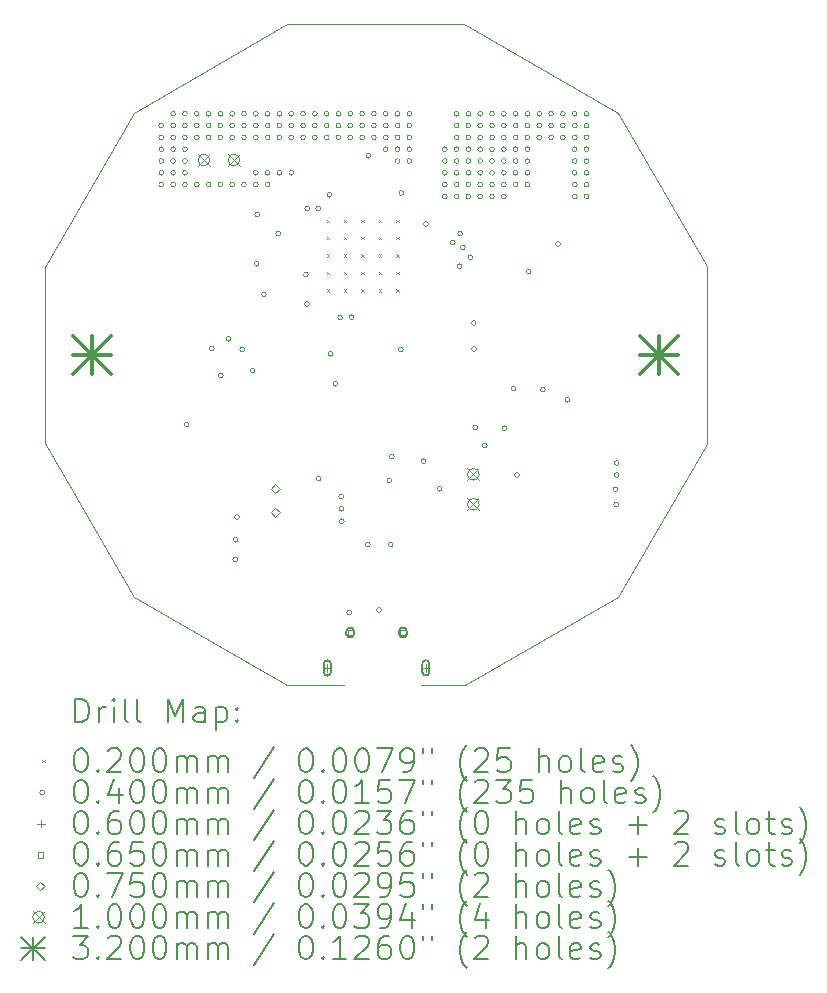
<source format=gbr>
%TF.GenerationSoftware,KiCad,Pcbnew,7.0.5-7.0.5~ubuntu22.04.1*%
%TF.CreationDate,2023-06-05T00:28:18-04:00*%
%TF.ProjectId,reaction-trainer,72656163-7469-46f6-9e2d-747261696e65,1.0*%
%TF.SameCoordinates,Original*%
%TF.FileFunction,Drillmap*%
%TF.FilePolarity,Positive*%
%FSLAX45Y45*%
G04 Gerber Fmt 4.5, Leading zero omitted, Abs format (unit mm)*
G04 Created by KiCad (PCBNEW 7.0.5-7.0.5~ubuntu22.04.1) date 2023-06-05 00:28:18*
%MOMM*%
%LPD*%
G01*
G04 APERTURE LIST*
%ADD10C,0.100000*%
%ADD11C,0.200000*%
%ADD12C,0.020000*%
%ADD13C,0.040000*%
%ADD14C,0.060000*%
%ADD15C,0.065000*%
%ADD16C,0.075000*%
%ADD17C,0.320000*%
G04 APERTURE END LIST*
D10*
X11450000Y-6950000D02*
X12745000Y-6200000D01*
X15550000Y-6950000D02*
X14250000Y-6200000D01*
X10700000Y-8255000D02*
X11450000Y-6950000D01*
X16300000Y-8245000D02*
X15550000Y-6950000D01*
X15550000Y-11050000D02*
X16300000Y-9755000D01*
X14255000Y-11796780D02*
X15550000Y-11050000D01*
X11450000Y-11050000D02*
X12745000Y-11796780D01*
X10700000Y-9750000D02*
X11450000Y-11050000D01*
X13881680Y-11796780D02*
X14255000Y-11796780D01*
X13226680Y-11796780D02*
X12745000Y-11796780D01*
X16300000Y-8245000D02*
X16300000Y-9755000D01*
X12745000Y-6200000D02*
X14250000Y-6200000D01*
X10700000Y-9750000D02*
X10700000Y-8255000D01*
D11*
D12*
X13083250Y-7855750D02*
X13103250Y-7875750D01*
X13103250Y-7855750D02*
X13083250Y-7875750D01*
X13083250Y-8003250D02*
X13103250Y-8023250D01*
X13103250Y-8003250D02*
X13083250Y-8023250D01*
X13083250Y-8150750D02*
X13103250Y-8170750D01*
X13103250Y-8150750D02*
X13083250Y-8170750D01*
X13083250Y-8298250D02*
X13103250Y-8318250D01*
X13103250Y-8298250D02*
X13083250Y-8318250D01*
X13083250Y-8445750D02*
X13103250Y-8465750D01*
X13103250Y-8445750D02*
X13083250Y-8465750D01*
X13230750Y-7855750D02*
X13250750Y-7875750D01*
X13250750Y-7855750D02*
X13230750Y-7875750D01*
X13230750Y-8003250D02*
X13250750Y-8023250D01*
X13250750Y-8003250D02*
X13230750Y-8023250D01*
X13230750Y-8150750D02*
X13250750Y-8170750D01*
X13250750Y-8150750D02*
X13230750Y-8170750D01*
X13230750Y-8298250D02*
X13250750Y-8318250D01*
X13250750Y-8298250D02*
X13230750Y-8318250D01*
X13230750Y-8445750D02*
X13250750Y-8465750D01*
X13250750Y-8445750D02*
X13230750Y-8465750D01*
X13378250Y-7855750D02*
X13398250Y-7875750D01*
X13398250Y-7855750D02*
X13378250Y-7875750D01*
X13378250Y-8003250D02*
X13398250Y-8023250D01*
X13398250Y-8003250D02*
X13378250Y-8023250D01*
X13378250Y-8150750D02*
X13398250Y-8170750D01*
X13398250Y-8150750D02*
X13378250Y-8170750D01*
X13378250Y-8298250D02*
X13398250Y-8318250D01*
X13398250Y-8298250D02*
X13378250Y-8318250D01*
X13378250Y-8445750D02*
X13398250Y-8465750D01*
X13398250Y-8445750D02*
X13378250Y-8465750D01*
X13525750Y-7855750D02*
X13545750Y-7875750D01*
X13545750Y-7855750D02*
X13525750Y-7875750D01*
X13525750Y-8003250D02*
X13545750Y-8023250D01*
X13545750Y-8003250D02*
X13525750Y-8023250D01*
X13525750Y-8150750D02*
X13545750Y-8170750D01*
X13545750Y-8150750D02*
X13525750Y-8170750D01*
X13525750Y-8298250D02*
X13545750Y-8318250D01*
X13545750Y-8298250D02*
X13525750Y-8318250D01*
X13525750Y-8445750D02*
X13545750Y-8465750D01*
X13545750Y-8445750D02*
X13525750Y-8465750D01*
X13673250Y-7855750D02*
X13693250Y-7875750D01*
X13693250Y-7855750D02*
X13673250Y-7875750D01*
X13673250Y-8003250D02*
X13693250Y-8023250D01*
X13693250Y-8003250D02*
X13673250Y-8023250D01*
X13673250Y-8150750D02*
X13693250Y-8170750D01*
X13693250Y-8150750D02*
X13673250Y-8170750D01*
X13673250Y-8298250D02*
X13693250Y-8318250D01*
X13693250Y-8298250D02*
X13673250Y-8318250D01*
X13673250Y-8445750D02*
X13693250Y-8465750D01*
X13693250Y-8445750D02*
X13673250Y-8465750D01*
D13*
X11704000Y-7059600D02*
G75*
G03*
X11704000Y-7059600I-20000J0D01*
G01*
X11704000Y-7159600D02*
G75*
G03*
X11704000Y-7159600I-20000J0D01*
G01*
X11704000Y-7259600D02*
G75*
G03*
X11704000Y-7259600I-20000J0D01*
G01*
X11704000Y-7359600D02*
G75*
G03*
X11704000Y-7359600I-20000J0D01*
G01*
X11704000Y-7459600D02*
G75*
G03*
X11704000Y-7459600I-20000J0D01*
G01*
X11704000Y-7559600D02*
G75*
G03*
X11704000Y-7559600I-20000J0D01*
G01*
X11804000Y-6959600D02*
G75*
G03*
X11804000Y-6959600I-20000J0D01*
G01*
X11804000Y-7059600D02*
G75*
G03*
X11804000Y-7059600I-20000J0D01*
G01*
X11804000Y-7159600D02*
G75*
G03*
X11804000Y-7159600I-20000J0D01*
G01*
X11804000Y-7259600D02*
G75*
G03*
X11804000Y-7259600I-20000J0D01*
G01*
X11804000Y-7359600D02*
G75*
G03*
X11804000Y-7359600I-20000J0D01*
G01*
X11804000Y-7459600D02*
G75*
G03*
X11804000Y-7459600I-20000J0D01*
G01*
X11804000Y-7559600D02*
G75*
G03*
X11804000Y-7559600I-20000J0D01*
G01*
X11904000Y-6959600D02*
G75*
G03*
X11904000Y-6959600I-20000J0D01*
G01*
X11904000Y-7059600D02*
G75*
G03*
X11904000Y-7059600I-20000J0D01*
G01*
X11904000Y-7159600D02*
G75*
G03*
X11904000Y-7159600I-20000J0D01*
G01*
X11904000Y-7259600D02*
G75*
G03*
X11904000Y-7259600I-20000J0D01*
G01*
X11904000Y-7359600D02*
G75*
G03*
X11904000Y-7359600I-20000J0D01*
G01*
X11904000Y-7459600D02*
G75*
G03*
X11904000Y-7459600I-20000J0D01*
G01*
X11904000Y-7559600D02*
G75*
G03*
X11904000Y-7559600I-20000J0D01*
G01*
X11917360Y-9591040D02*
G75*
G03*
X11917360Y-9591040I-20000J0D01*
G01*
X12004000Y-6959600D02*
G75*
G03*
X12004000Y-6959600I-20000J0D01*
G01*
X12004000Y-7059600D02*
G75*
G03*
X12004000Y-7059600I-20000J0D01*
G01*
X12004000Y-7159600D02*
G75*
G03*
X12004000Y-7159600I-20000J0D01*
G01*
X12004000Y-7559600D02*
G75*
G03*
X12004000Y-7559600I-20000J0D01*
G01*
X12104000Y-6959600D02*
G75*
G03*
X12104000Y-6959600I-20000J0D01*
G01*
X12104000Y-7059600D02*
G75*
G03*
X12104000Y-7059600I-20000J0D01*
G01*
X12104000Y-7159600D02*
G75*
G03*
X12104000Y-7159600I-20000J0D01*
G01*
X12104000Y-7559600D02*
G75*
G03*
X12104000Y-7559600I-20000J0D01*
G01*
X12130720Y-8945880D02*
G75*
G03*
X12130720Y-8945880I-20000J0D01*
G01*
X12204000Y-6959600D02*
G75*
G03*
X12204000Y-6959600I-20000J0D01*
G01*
X12204000Y-7059600D02*
G75*
G03*
X12204000Y-7059600I-20000J0D01*
G01*
X12204000Y-7159600D02*
G75*
G03*
X12204000Y-7159600I-20000J0D01*
G01*
X12204000Y-7559600D02*
G75*
G03*
X12204000Y-7559600I-20000J0D01*
G01*
X12206920Y-9174480D02*
G75*
G03*
X12206920Y-9174480I-20000J0D01*
G01*
X12272960Y-8864600D02*
G75*
G03*
X12272960Y-8864600I-20000J0D01*
G01*
X12304000Y-6959600D02*
G75*
G03*
X12304000Y-6959600I-20000J0D01*
G01*
X12304000Y-7059600D02*
G75*
G03*
X12304000Y-7059600I-20000J0D01*
G01*
X12304000Y-7159600D02*
G75*
G03*
X12304000Y-7159600I-20000J0D01*
G01*
X12304000Y-7559600D02*
G75*
G03*
X12304000Y-7559600I-20000J0D01*
G01*
X12328840Y-10734040D02*
G75*
G03*
X12328840Y-10734040I-20000J0D01*
G01*
X12333920Y-10566400D02*
G75*
G03*
X12333920Y-10566400I-20000J0D01*
G01*
X12344080Y-10373360D02*
G75*
G03*
X12344080Y-10373360I-20000J0D01*
G01*
X12388930Y-8955170D02*
G75*
G03*
X12388930Y-8955170I-20000J0D01*
G01*
X12404000Y-6959600D02*
G75*
G03*
X12404000Y-6959600I-20000J0D01*
G01*
X12404000Y-7059600D02*
G75*
G03*
X12404000Y-7059600I-20000J0D01*
G01*
X12404000Y-7159600D02*
G75*
G03*
X12404000Y-7159600I-20000J0D01*
G01*
X12404000Y-7559600D02*
G75*
G03*
X12404000Y-7559600I-20000J0D01*
G01*
X12476160Y-9133840D02*
G75*
G03*
X12476160Y-9133840I-20000J0D01*
G01*
X12504000Y-6959600D02*
G75*
G03*
X12504000Y-6959600I-20000J0D01*
G01*
X12504000Y-7059600D02*
G75*
G03*
X12504000Y-7059600I-20000J0D01*
G01*
X12504000Y-7159600D02*
G75*
G03*
X12504000Y-7159600I-20000J0D01*
G01*
X12504000Y-7459600D02*
G75*
G03*
X12504000Y-7459600I-20000J0D01*
G01*
X12504000Y-7559600D02*
G75*
G03*
X12504000Y-7559600I-20000J0D01*
G01*
X12511720Y-8229600D02*
G75*
G03*
X12511720Y-8229600I-20000J0D01*
G01*
X12516800Y-7813040D02*
G75*
G03*
X12516800Y-7813040I-20000J0D01*
G01*
X12572680Y-8488680D02*
G75*
G03*
X12572680Y-8488680I-20000J0D01*
G01*
X12604000Y-6959600D02*
G75*
G03*
X12604000Y-6959600I-20000J0D01*
G01*
X12604000Y-7059600D02*
G75*
G03*
X12604000Y-7059600I-20000J0D01*
G01*
X12604000Y-7159600D02*
G75*
G03*
X12604000Y-7159600I-20000J0D01*
G01*
X12604000Y-7459600D02*
G75*
G03*
X12604000Y-7459600I-20000J0D01*
G01*
X12604000Y-7559600D02*
G75*
G03*
X12604000Y-7559600I-20000J0D01*
G01*
X12694600Y-7973300D02*
G75*
G03*
X12694600Y-7973300I-20000J0D01*
G01*
X12704000Y-6959600D02*
G75*
G03*
X12704000Y-6959600I-20000J0D01*
G01*
X12704000Y-7059600D02*
G75*
G03*
X12704000Y-7059600I-20000J0D01*
G01*
X12704000Y-7159600D02*
G75*
G03*
X12704000Y-7159600I-20000J0D01*
G01*
X12704000Y-7459600D02*
G75*
G03*
X12704000Y-7459600I-20000J0D01*
G01*
X12804000Y-6959600D02*
G75*
G03*
X12804000Y-6959600I-20000J0D01*
G01*
X12804000Y-7059600D02*
G75*
G03*
X12804000Y-7059600I-20000J0D01*
G01*
X12804000Y-7159600D02*
G75*
G03*
X12804000Y-7159600I-20000J0D01*
G01*
X12804000Y-7459600D02*
G75*
G03*
X12804000Y-7459600I-20000J0D01*
G01*
X12904000Y-6959600D02*
G75*
G03*
X12904000Y-6959600I-20000J0D01*
G01*
X12904000Y-7059600D02*
G75*
G03*
X12904000Y-7059600I-20000J0D01*
G01*
X12904000Y-7159600D02*
G75*
G03*
X12904000Y-7159600I-20000J0D01*
G01*
X12928423Y-8320786D02*
G75*
G03*
X12928423Y-8320786I-20000J0D01*
G01*
X12938440Y-7762240D02*
G75*
G03*
X12938440Y-7762240I-20000J0D01*
G01*
X12938440Y-8569960D02*
G75*
G03*
X12938440Y-8569960I-20000J0D01*
G01*
X13004000Y-6959600D02*
G75*
G03*
X13004000Y-6959600I-20000J0D01*
G01*
X13004000Y-7059600D02*
G75*
G03*
X13004000Y-7059600I-20000J0D01*
G01*
X13004000Y-7159600D02*
G75*
G03*
X13004000Y-7159600I-20000J0D01*
G01*
X13033390Y-7762240D02*
G75*
G03*
X13033390Y-7762240I-20000J0D01*
G01*
X13034960Y-10048240D02*
G75*
G03*
X13034960Y-10048240I-20000J0D01*
G01*
X13104000Y-6959600D02*
G75*
G03*
X13104000Y-6959600I-20000J0D01*
G01*
X13104000Y-7059600D02*
G75*
G03*
X13104000Y-7059600I-20000J0D01*
G01*
X13104000Y-7159600D02*
G75*
G03*
X13104000Y-7159600I-20000J0D01*
G01*
X13126400Y-7645400D02*
G75*
G03*
X13126400Y-7645400I-20000J0D01*
G01*
X13136560Y-8991600D02*
G75*
G03*
X13136560Y-8991600I-20000J0D01*
G01*
X13177200Y-9245600D02*
G75*
G03*
X13177200Y-9245600I-20000J0D01*
G01*
X13204000Y-6959600D02*
G75*
G03*
X13204000Y-6959600I-20000J0D01*
G01*
X13204000Y-7059600D02*
G75*
G03*
X13204000Y-7059600I-20000J0D01*
G01*
X13204000Y-7159600D02*
G75*
G03*
X13204000Y-7159600I-20000J0D01*
G01*
X13217840Y-8686800D02*
G75*
G03*
X13217840Y-8686800I-20000J0D01*
G01*
X13228000Y-10200640D02*
G75*
G03*
X13228000Y-10200640I-20000J0D01*
G01*
X13230198Y-10304438D02*
G75*
G03*
X13230198Y-10304438I-20000J0D01*
G01*
X13232019Y-10408612D02*
G75*
G03*
X13232019Y-10408612I-20000J0D01*
G01*
X13294040Y-11181080D02*
G75*
G03*
X13294040Y-11181080I-20000J0D01*
G01*
X13304000Y-6959600D02*
G75*
G03*
X13304000Y-6959600I-20000J0D01*
G01*
X13304000Y-7059600D02*
G75*
G03*
X13304000Y-7059600I-20000J0D01*
G01*
X13304000Y-7159600D02*
G75*
G03*
X13304000Y-7159600I-20000J0D01*
G01*
X13314360Y-8681720D02*
G75*
G03*
X13314360Y-8681720I-20000J0D01*
G01*
X13404000Y-6959600D02*
G75*
G03*
X13404000Y-6959600I-20000J0D01*
G01*
X13404000Y-7059600D02*
G75*
G03*
X13404000Y-7059600I-20000J0D01*
G01*
X13404000Y-7159600D02*
G75*
G03*
X13404000Y-7159600I-20000J0D01*
G01*
X13451520Y-10607040D02*
G75*
G03*
X13451520Y-10607040I-20000J0D01*
G01*
X13456600Y-7315200D02*
G75*
G03*
X13456600Y-7315200I-20000J0D01*
G01*
X13504000Y-6959600D02*
G75*
G03*
X13504000Y-6959600I-20000J0D01*
G01*
X13504000Y-7059600D02*
G75*
G03*
X13504000Y-7059600I-20000J0D01*
G01*
X13504000Y-7159600D02*
G75*
G03*
X13504000Y-7159600I-20000J0D01*
G01*
X13548040Y-11160760D02*
G75*
G03*
X13548040Y-11160760I-20000J0D01*
G01*
X13604000Y-6959600D02*
G75*
G03*
X13604000Y-6959600I-20000J0D01*
G01*
X13604000Y-7059600D02*
G75*
G03*
X13604000Y-7059600I-20000J0D01*
G01*
X13604000Y-7159600D02*
G75*
G03*
X13604000Y-7159600I-20000J0D01*
G01*
X13604000Y-7259600D02*
G75*
G03*
X13604000Y-7259600I-20000J0D01*
G01*
X13634400Y-10063480D02*
G75*
G03*
X13634400Y-10063480I-20000J0D01*
G01*
X13644560Y-10607040D02*
G75*
G03*
X13644560Y-10607040I-20000J0D01*
G01*
X13654720Y-9860280D02*
G75*
G03*
X13654720Y-9860280I-20000J0D01*
G01*
X13704000Y-6959600D02*
G75*
G03*
X13704000Y-6959600I-20000J0D01*
G01*
X13704000Y-7059600D02*
G75*
G03*
X13704000Y-7059600I-20000J0D01*
G01*
X13704000Y-7159600D02*
G75*
G03*
X13704000Y-7159600I-20000J0D01*
G01*
X13704000Y-7259600D02*
G75*
G03*
X13704000Y-7259600I-20000J0D01*
G01*
X13704000Y-7359600D02*
G75*
G03*
X13704000Y-7359600I-20000J0D01*
G01*
X13730920Y-8956040D02*
G75*
G03*
X13730920Y-8956040I-20000J0D01*
G01*
X13736000Y-7630160D02*
G75*
G03*
X13736000Y-7630160I-20000J0D01*
G01*
X13804000Y-6959600D02*
G75*
G03*
X13804000Y-6959600I-20000J0D01*
G01*
X13804000Y-7059600D02*
G75*
G03*
X13804000Y-7059600I-20000J0D01*
G01*
X13804000Y-7159600D02*
G75*
G03*
X13804000Y-7159600I-20000J0D01*
G01*
X13804000Y-7259600D02*
G75*
G03*
X13804000Y-7259600I-20000J0D01*
G01*
X13804000Y-7359600D02*
G75*
G03*
X13804000Y-7359600I-20000J0D01*
G01*
X13923960Y-9900920D02*
G75*
G03*
X13923960Y-9900920I-20000J0D01*
G01*
X13944280Y-7893300D02*
G75*
G03*
X13944280Y-7893300I-20000J0D01*
G01*
X14061120Y-10134600D02*
G75*
G03*
X14061120Y-10134600I-20000J0D01*
G01*
X14104000Y-7259600D02*
G75*
G03*
X14104000Y-7259600I-20000J0D01*
G01*
X14104000Y-7359600D02*
G75*
G03*
X14104000Y-7359600I-20000J0D01*
G01*
X14104000Y-7459600D02*
G75*
G03*
X14104000Y-7459600I-20000J0D01*
G01*
X14104000Y-7559600D02*
G75*
G03*
X14104000Y-7559600I-20000J0D01*
G01*
X14104000Y-7659600D02*
G75*
G03*
X14104000Y-7659600I-20000J0D01*
G01*
X14172047Y-8047692D02*
G75*
G03*
X14172047Y-8047692I-20000J0D01*
G01*
X14204000Y-6959600D02*
G75*
G03*
X14204000Y-6959600I-20000J0D01*
G01*
X14204000Y-7059600D02*
G75*
G03*
X14204000Y-7059600I-20000J0D01*
G01*
X14204000Y-7159600D02*
G75*
G03*
X14204000Y-7159600I-20000J0D01*
G01*
X14204000Y-7259600D02*
G75*
G03*
X14204000Y-7259600I-20000J0D01*
G01*
X14204000Y-7359600D02*
G75*
G03*
X14204000Y-7359600I-20000J0D01*
G01*
X14204000Y-7459600D02*
G75*
G03*
X14204000Y-7459600I-20000J0D01*
G01*
X14204000Y-7559600D02*
G75*
G03*
X14204000Y-7559600I-20000J0D01*
G01*
X14204000Y-7659600D02*
G75*
G03*
X14204000Y-7659600I-20000J0D01*
G01*
X14228760Y-8249920D02*
G75*
G03*
X14228760Y-8249920I-20000J0D01*
G01*
X14233840Y-7975600D02*
G75*
G03*
X14233840Y-7975600I-20000J0D01*
G01*
X14255628Y-8092744D02*
G75*
G03*
X14255628Y-8092744I-20000J0D01*
G01*
X14304000Y-6959600D02*
G75*
G03*
X14304000Y-6959600I-20000J0D01*
G01*
X14304000Y-7059600D02*
G75*
G03*
X14304000Y-7059600I-20000J0D01*
G01*
X14304000Y-7159600D02*
G75*
G03*
X14304000Y-7159600I-20000J0D01*
G01*
X14304000Y-7259600D02*
G75*
G03*
X14304000Y-7259600I-20000J0D01*
G01*
X14304000Y-7359600D02*
G75*
G03*
X14304000Y-7359600I-20000J0D01*
G01*
X14304000Y-7459600D02*
G75*
G03*
X14304000Y-7459600I-20000J0D01*
G01*
X14304000Y-7559600D02*
G75*
G03*
X14304000Y-7559600I-20000J0D01*
G01*
X14304000Y-7659600D02*
G75*
G03*
X14304000Y-7659600I-20000J0D01*
G01*
X14320200Y-8173720D02*
G75*
G03*
X14320200Y-8173720I-20000J0D01*
G01*
X14349670Y-8730786D02*
G75*
G03*
X14349670Y-8730786I-20000J0D01*
G01*
X14350680Y-8950960D02*
G75*
G03*
X14350680Y-8950960I-20000J0D01*
G01*
X14360840Y-9616440D02*
G75*
G03*
X14360840Y-9616440I-20000J0D01*
G01*
X14404000Y-6959600D02*
G75*
G03*
X14404000Y-6959600I-20000J0D01*
G01*
X14404000Y-7059600D02*
G75*
G03*
X14404000Y-7059600I-20000J0D01*
G01*
X14404000Y-7159600D02*
G75*
G03*
X14404000Y-7159600I-20000J0D01*
G01*
X14404000Y-7259600D02*
G75*
G03*
X14404000Y-7259600I-20000J0D01*
G01*
X14404000Y-7359600D02*
G75*
G03*
X14404000Y-7359600I-20000J0D01*
G01*
X14404000Y-7459600D02*
G75*
G03*
X14404000Y-7459600I-20000J0D01*
G01*
X14404000Y-7559600D02*
G75*
G03*
X14404000Y-7559600I-20000J0D01*
G01*
X14404000Y-7659600D02*
G75*
G03*
X14404000Y-7659600I-20000J0D01*
G01*
X14442120Y-9768840D02*
G75*
G03*
X14442120Y-9768840I-20000J0D01*
G01*
X14504000Y-6959600D02*
G75*
G03*
X14504000Y-6959600I-20000J0D01*
G01*
X14504000Y-7059600D02*
G75*
G03*
X14504000Y-7059600I-20000J0D01*
G01*
X14504000Y-7159600D02*
G75*
G03*
X14504000Y-7159600I-20000J0D01*
G01*
X14504000Y-7259600D02*
G75*
G03*
X14504000Y-7259600I-20000J0D01*
G01*
X14504000Y-7359600D02*
G75*
G03*
X14504000Y-7359600I-20000J0D01*
G01*
X14504000Y-7459600D02*
G75*
G03*
X14504000Y-7459600I-20000J0D01*
G01*
X14504000Y-7559600D02*
G75*
G03*
X14504000Y-7559600I-20000J0D01*
G01*
X14504000Y-7659600D02*
G75*
G03*
X14504000Y-7659600I-20000J0D01*
G01*
X14604000Y-6959600D02*
G75*
G03*
X14604000Y-6959600I-20000J0D01*
G01*
X14604000Y-7059600D02*
G75*
G03*
X14604000Y-7059600I-20000J0D01*
G01*
X14604000Y-7159600D02*
G75*
G03*
X14604000Y-7159600I-20000J0D01*
G01*
X14604000Y-7259600D02*
G75*
G03*
X14604000Y-7259600I-20000J0D01*
G01*
X14604000Y-7359600D02*
G75*
G03*
X14604000Y-7359600I-20000J0D01*
G01*
X14604000Y-7459600D02*
G75*
G03*
X14604000Y-7459600I-20000J0D01*
G01*
X14604000Y-7559600D02*
G75*
G03*
X14604000Y-7559600I-20000J0D01*
G01*
X14604000Y-7659600D02*
G75*
G03*
X14604000Y-7659600I-20000J0D01*
G01*
X14609760Y-9621520D02*
G75*
G03*
X14609760Y-9621520I-20000J0D01*
G01*
X14685960Y-9286240D02*
G75*
G03*
X14685960Y-9286240I-20000J0D01*
G01*
X14704000Y-6959600D02*
G75*
G03*
X14704000Y-6959600I-20000J0D01*
G01*
X14704000Y-7059600D02*
G75*
G03*
X14704000Y-7059600I-20000J0D01*
G01*
X14704000Y-7159600D02*
G75*
G03*
X14704000Y-7159600I-20000J0D01*
G01*
X14704000Y-7259600D02*
G75*
G03*
X14704000Y-7259600I-20000J0D01*
G01*
X14704000Y-7359600D02*
G75*
G03*
X14704000Y-7359600I-20000J0D01*
G01*
X14704000Y-7459600D02*
G75*
G03*
X14704000Y-7459600I-20000J0D01*
G01*
X14704000Y-7559600D02*
G75*
G03*
X14704000Y-7559600I-20000J0D01*
G01*
X14716440Y-10017760D02*
G75*
G03*
X14716440Y-10017760I-20000J0D01*
G01*
X14804000Y-6959600D02*
G75*
G03*
X14804000Y-6959600I-20000J0D01*
G01*
X14804000Y-7059600D02*
G75*
G03*
X14804000Y-7059600I-20000J0D01*
G01*
X14804000Y-7159600D02*
G75*
G03*
X14804000Y-7159600I-20000J0D01*
G01*
X14804000Y-7259600D02*
G75*
G03*
X14804000Y-7259600I-20000J0D01*
G01*
X14804000Y-7359600D02*
G75*
G03*
X14804000Y-7359600I-20000J0D01*
G01*
X14804000Y-7459600D02*
G75*
G03*
X14804000Y-7459600I-20000J0D01*
G01*
X14804000Y-7559600D02*
G75*
G03*
X14804000Y-7559600I-20000J0D01*
G01*
X14812960Y-8295640D02*
G75*
G03*
X14812960Y-8295640I-20000J0D01*
G01*
X14904000Y-6959600D02*
G75*
G03*
X14904000Y-6959600I-20000J0D01*
G01*
X14904000Y-7059600D02*
G75*
G03*
X14904000Y-7059600I-20000J0D01*
G01*
X14904000Y-7159600D02*
G75*
G03*
X14904000Y-7159600I-20000J0D01*
G01*
X14934880Y-9296400D02*
G75*
G03*
X14934880Y-9296400I-20000J0D01*
G01*
X15004000Y-6959600D02*
G75*
G03*
X15004000Y-6959600I-20000J0D01*
G01*
X15004000Y-7059600D02*
G75*
G03*
X15004000Y-7059600I-20000J0D01*
G01*
X15004000Y-7159600D02*
G75*
G03*
X15004000Y-7159600I-20000J0D01*
G01*
X15063650Y-8061960D02*
G75*
G03*
X15063650Y-8061960I-20000J0D01*
G01*
X15104000Y-6959600D02*
G75*
G03*
X15104000Y-6959600I-20000J0D01*
G01*
X15104000Y-7059600D02*
G75*
G03*
X15104000Y-7059600I-20000J0D01*
G01*
X15104000Y-7159600D02*
G75*
G03*
X15104000Y-7159600I-20000J0D01*
G01*
X15143160Y-9382760D02*
G75*
G03*
X15143160Y-9382760I-20000J0D01*
G01*
X15204000Y-6959600D02*
G75*
G03*
X15204000Y-6959600I-20000J0D01*
G01*
X15204000Y-7059600D02*
G75*
G03*
X15204000Y-7059600I-20000J0D01*
G01*
X15204000Y-7159600D02*
G75*
G03*
X15204000Y-7159600I-20000J0D01*
G01*
X15204000Y-7259600D02*
G75*
G03*
X15204000Y-7259600I-20000J0D01*
G01*
X15204000Y-7359600D02*
G75*
G03*
X15204000Y-7359600I-20000J0D01*
G01*
X15204000Y-7459600D02*
G75*
G03*
X15204000Y-7459600I-20000J0D01*
G01*
X15204000Y-7559600D02*
G75*
G03*
X15204000Y-7559600I-20000J0D01*
G01*
X15204000Y-7659600D02*
G75*
G03*
X15204000Y-7659600I-20000J0D01*
G01*
X15304000Y-6959600D02*
G75*
G03*
X15304000Y-6959600I-20000J0D01*
G01*
X15304000Y-7059600D02*
G75*
G03*
X15304000Y-7059600I-20000J0D01*
G01*
X15304000Y-7159600D02*
G75*
G03*
X15304000Y-7159600I-20000J0D01*
G01*
X15304000Y-7259600D02*
G75*
G03*
X15304000Y-7259600I-20000J0D01*
G01*
X15304000Y-7359600D02*
G75*
G03*
X15304000Y-7359600I-20000J0D01*
G01*
X15304000Y-7459600D02*
G75*
G03*
X15304000Y-7459600I-20000J0D01*
G01*
X15304000Y-7559600D02*
G75*
G03*
X15304000Y-7559600I-20000J0D01*
G01*
X15304000Y-7659600D02*
G75*
G03*
X15304000Y-7659600I-20000J0D01*
G01*
X15549560Y-10139680D02*
G75*
G03*
X15549560Y-10139680I-20000J0D01*
G01*
X15554640Y-10266680D02*
G75*
G03*
X15554640Y-10266680I-20000J0D01*
G01*
X15559720Y-9916160D02*
G75*
G03*
X15559720Y-9916160I-20000J0D01*
G01*
X15559720Y-10017760D02*
G75*
G03*
X15559720Y-10017760I-20000J0D01*
G01*
D14*
X13089180Y-11621780D02*
X13089180Y-11681780D01*
X13059180Y-11651780D02*
X13119180Y-11651780D01*
D11*
X13059180Y-11616780D02*
X13059180Y-11686780D01*
X13059180Y-11686780D02*
G75*
G03*
X13119180Y-11686780I30000J0D01*
G01*
X13119180Y-11686780D02*
X13119180Y-11616780D01*
X13119180Y-11616780D02*
G75*
G03*
X13059180Y-11616780I-30000J0D01*
G01*
D14*
X13924180Y-11621780D02*
X13924180Y-11681780D01*
X13894180Y-11651780D02*
X13954180Y-11651780D01*
D11*
X13894180Y-11616780D02*
X13894180Y-11686780D01*
X13894180Y-11686780D02*
G75*
G03*
X13954180Y-11686780I30000J0D01*
G01*
X13954180Y-11686780D02*
X13954180Y-11616780D01*
X13954180Y-11616780D02*
G75*
G03*
X13894180Y-11616780I-30000J0D01*
G01*
D15*
X13307161Y-11374761D02*
X13307161Y-11328799D01*
X13261199Y-11328799D01*
X13261199Y-11374761D01*
X13307161Y-11374761D01*
D11*
X13251680Y-11341780D02*
X13251680Y-11361780D01*
X13251680Y-11361780D02*
G75*
G03*
X13316680Y-11361780I32500J0D01*
G01*
X13316680Y-11361780D02*
X13316680Y-11341780D01*
X13316680Y-11341780D02*
G75*
G03*
X13251680Y-11341780I-32500J0D01*
G01*
D15*
X13752161Y-11374761D02*
X13752161Y-11328799D01*
X13706199Y-11328799D01*
X13706199Y-11374761D01*
X13752161Y-11374761D01*
D11*
X13696680Y-11341780D02*
X13696680Y-11361780D01*
X13696680Y-11361780D02*
G75*
G03*
X13761680Y-11361780I32500J0D01*
G01*
X13761680Y-11361780D02*
X13761680Y-11341780D01*
X13761680Y-11341780D02*
G75*
G03*
X13696680Y-11341780I-32500J0D01*
G01*
D16*
X12649200Y-10172100D02*
X12686700Y-10134600D01*
X12649200Y-10097100D01*
X12611700Y-10134600D01*
X12649200Y-10172100D01*
X12649200Y-10372100D02*
X12686700Y-10334600D01*
X12649200Y-10297100D01*
X12611700Y-10334600D01*
X12649200Y-10372100D01*
D10*
X11994680Y-7300760D02*
X12094680Y-7400760D01*
X12094680Y-7300760D02*
X11994680Y-7400760D01*
X12094680Y-7350760D02*
G75*
G03*
X12094680Y-7350760I-50000J0D01*
G01*
X12248680Y-7300760D02*
X12348680Y-7400760D01*
X12348680Y-7300760D02*
X12248680Y-7400760D01*
X12348680Y-7350760D02*
G75*
G03*
X12348680Y-7350760I-50000J0D01*
G01*
X14275600Y-9962680D02*
X14375600Y-10062680D01*
X14375600Y-9962680D02*
X14275600Y-10062680D01*
X14375600Y-10012680D02*
G75*
G03*
X14375600Y-10012680I-50000J0D01*
G01*
X14275600Y-10216680D02*
X14375600Y-10316680D01*
X14375600Y-10216680D02*
X14275600Y-10316680D01*
X14375600Y-10266680D02*
G75*
G03*
X14375600Y-10266680I-50000J0D01*
G01*
D17*
X10940000Y-8840000D02*
X11260000Y-9160000D01*
X11260000Y-8840000D02*
X10940000Y-9160000D01*
X11100000Y-8840000D02*
X11100000Y-9160000D01*
X10940000Y-9000000D02*
X11260000Y-9000000D01*
X15740000Y-8840000D02*
X16060000Y-9160000D01*
X16060000Y-8840000D02*
X15740000Y-9160000D01*
X15900000Y-8840000D02*
X15900000Y-9160000D01*
X15740000Y-9000000D02*
X16060000Y-9000000D01*
D11*
X10955777Y-12113264D02*
X10955777Y-11913264D01*
X10955777Y-11913264D02*
X11003396Y-11913264D01*
X11003396Y-11913264D02*
X11031967Y-11922788D01*
X11031967Y-11922788D02*
X11051015Y-11941835D01*
X11051015Y-11941835D02*
X11060539Y-11960883D01*
X11060539Y-11960883D02*
X11070063Y-11998978D01*
X11070063Y-11998978D02*
X11070063Y-12027549D01*
X11070063Y-12027549D02*
X11060539Y-12065645D01*
X11060539Y-12065645D02*
X11051015Y-12084692D01*
X11051015Y-12084692D02*
X11031967Y-12103740D01*
X11031967Y-12103740D02*
X11003396Y-12113264D01*
X11003396Y-12113264D02*
X10955777Y-12113264D01*
X11155777Y-12113264D02*
X11155777Y-11979930D01*
X11155777Y-12018026D02*
X11165301Y-11998978D01*
X11165301Y-11998978D02*
X11174824Y-11989454D01*
X11174824Y-11989454D02*
X11193872Y-11979930D01*
X11193872Y-11979930D02*
X11212920Y-11979930D01*
X11279586Y-12113264D02*
X11279586Y-11979930D01*
X11279586Y-11913264D02*
X11270062Y-11922788D01*
X11270062Y-11922788D02*
X11279586Y-11932311D01*
X11279586Y-11932311D02*
X11289110Y-11922788D01*
X11289110Y-11922788D02*
X11279586Y-11913264D01*
X11279586Y-11913264D02*
X11279586Y-11932311D01*
X11403396Y-12113264D02*
X11384348Y-12103740D01*
X11384348Y-12103740D02*
X11374824Y-12084692D01*
X11374824Y-12084692D02*
X11374824Y-11913264D01*
X11508158Y-12113264D02*
X11489110Y-12103740D01*
X11489110Y-12103740D02*
X11479586Y-12084692D01*
X11479586Y-12084692D02*
X11479586Y-11913264D01*
X11736729Y-12113264D02*
X11736729Y-11913264D01*
X11736729Y-11913264D02*
X11803396Y-12056121D01*
X11803396Y-12056121D02*
X11870062Y-11913264D01*
X11870062Y-11913264D02*
X11870062Y-12113264D01*
X12051015Y-12113264D02*
X12051015Y-12008502D01*
X12051015Y-12008502D02*
X12041491Y-11989454D01*
X12041491Y-11989454D02*
X12022443Y-11979930D01*
X12022443Y-11979930D02*
X11984348Y-11979930D01*
X11984348Y-11979930D02*
X11965301Y-11989454D01*
X12051015Y-12103740D02*
X12031967Y-12113264D01*
X12031967Y-12113264D02*
X11984348Y-12113264D01*
X11984348Y-12113264D02*
X11965301Y-12103740D01*
X11965301Y-12103740D02*
X11955777Y-12084692D01*
X11955777Y-12084692D02*
X11955777Y-12065645D01*
X11955777Y-12065645D02*
X11965301Y-12046597D01*
X11965301Y-12046597D02*
X11984348Y-12037073D01*
X11984348Y-12037073D02*
X12031967Y-12037073D01*
X12031967Y-12037073D02*
X12051015Y-12027549D01*
X12146253Y-11979930D02*
X12146253Y-12179930D01*
X12146253Y-11989454D02*
X12165301Y-11979930D01*
X12165301Y-11979930D02*
X12203396Y-11979930D01*
X12203396Y-11979930D02*
X12222443Y-11989454D01*
X12222443Y-11989454D02*
X12231967Y-11998978D01*
X12231967Y-11998978D02*
X12241491Y-12018026D01*
X12241491Y-12018026D02*
X12241491Y-12075168D01*
X12241491Y-12075168D02*
X12231967Y-12094216D01*
X12231967Y-12094216D02*
X12222443Y-12103740D01*
X12222443Y-12103740D02*
X12203396Y-12113264D01*
X12203396Y-12113264D02*
X12165301Y-12113264D01*
X12165301Y-12113264D02*
X12146253Y-12103740D01*
X12327205Y-12094216D02*
X12336729Y-12103740D01*
X12336729Y-12103740D02*
X12327205Y-12113264D01*
X12327205Y-12113264D02*
X12317682Y-12103740D01*
X12317682Y-12103740D02*
X12327205Y-12094216D01*
X12327205Y-12094216D02*
X12327205Y-12113264D01*
X12327205Y-11989454D02*
X12336729Y-11998978D01*
X12336729Y-11998978D02*
X12327205Y-12008502D01*
X12327205Y-12008502D02*
X12317682Y-11998978D01*
X12317682Y-11998978D02*
X12327205Y-11989454D01*
X12327205Y-11989454D02*
X12327205Y-12008502D01*
D12*
X10675000Y-12431780D02*
X10695000Y-12451780D01*
X10695000Y-12431780D02*
X10675000Y-12451780D01*
D11*
X10993872Y-12333264D02*
X11012920Y-12333264D01*
X11012920Y-12333264D02*
X11031967Y-12342788D01*
X11031967Y-12342788D02*
X11041491Y-12352311D01*
X11041491Y-12352311D02*
X11051015Y-12371359D01*
X11051015Y-12371359D02*
X11060539Y-12409454D01*
X11060539Y-12409454D02*
X11060539Y-12457073D01*
X11060539Y-12457073D02*
X11051015Y-12495168D01*
X11051015Y-12495168D02*
X11041491Y-12514216D01*
X11041491Y-12514216D02*
X11031967Y-12523740D01*
X11031967Y-12523740D02*
X11012920Y-12533264D01*
X11012920Y-12533264D02*
X10993872Y-12533264D01*
X10993872Y-12533264D02*
X10974824Y-12523740D01*
X10974824Y-12523740D02*
X10965301Y-12514216D01*
X10965301Y-12514216D02*
X10955777Y-12495168D01*
X10955777Y-12495168D02*
X10946253Y-12457073D01*
X10946253Y-12457073D02*
X10946253Y-12409454D01*
X10946253Y-12409454D02*
X10955777Y-12371359D01*
X10955777Y-12371359D02*
X10965301Y-12352311D01*
X10965301Y-12352311D02*
X10974824Y-12342788D01*
X10974824Y-12342788D02*
X10993872Y-12333264D01*
X11146253Y-12514216D02*
X11155777Y-12523740D01*
X11155777Y-12523740D02*
X11146253Y-12533264D01*
X11146253Y-12533264D02*
X11136729Y-12523740D01*
X11136729Y-12523740D02*
X11146253Y-12514216D01*
X11146253Y-12514216D02*
X11146253Y-12533264D01*
X11231967Y-12352311D02*
X11241491Y-12342788D01*
X11241491Y-12342788D02*
X11260539Y-12333264D01*
X11260539Y-12333264D02*
X11308158Y-12333264D01*
X11308158Y-12333264D02*
X11327205Y-12342788D01*
X11327205Y-12342788D02*
X11336729Y-12352311D01*
X11336729Y-12352311D02*
X11346253Y-12371359D01*
X11346253Y-12371359D02*
X11346253Y-12390407D01*
X11346253Y-12390407D02*
X11336729Y-12418978D01*
X11336729Y-12418978D02*
X11222443Y-12533264D01*
X11222443Y-12533264D02*
X11346253Y-12533264D01*
X11470062Y-12333264D02*
X11489110Y-12333264D01*
X11489110Y-12333264D02*
X11508158Y-12342788D01*
X11508158Y-12342788D02*
X11517682Y-12352311D01*
X11517682Y-12352311D02*
X11527205Y-12371359D01*
X11527205Y-12371359D02*
X11536729Y-12409454D01*
X11536729Y-12409454D02*
X11536729Y-12457073D01*
X11536729Y-12457073D02*
X11527205Y-12495168D01*
X11527205Y-12495168D02*
X11517682Y-12514216D01*
X11517682Y-12514216D02*
X11508158Y-12523740D01*
X11508158Y-12523740D02*
X11489110Y-12533264D01*
X11489110Y-12533264D02*
X11470062Y-12533264D01*
X11470062Y-12533264D02*
X11451015Y-12523740D01*
X11451015Y-12523740D02*
X11441491Y-12514216D01*
X11441491Y-12514216D02*
X11431967Y-12495168D01*
X11431967Y-12495168D02*
X11422443Y-12457073D01*
X11422443Y-12457073D02*
X11422443Y-12409454D01*
X11422443Y-12409454D02*
X11431967Y-12371359D01*
X11431967Y-12371359D02*
X11441491Y-12352311D01*
X11441491Y-12352311D02*
X11451015Y-12342788D01*
X11451015Y-12342788D02*
X11470062Y-12333264D01*
X11660539Y-12333264D02*
X11679586Y-12333264D01*
X11679586Y-12333264D02*
X11698634Y-12342788D01*
X11698634Y-12342788D02*
X11708158Y-12352311D01*
X11708158Y-12352311D02*
X11717682Y-12371359D01*
X11717682Y-12371359D02*
X11727205Y-12409454D01*
X11727205Y-12409454D02*
X11727205Y-12457073D01*
X11727205Y-12457073D02*
X11717682Y-12495168D01*
X11717682Y-12495168D02*
X11708158Y-12514216D01*
X11708158Y-12514216D02*
X11698634Y-12523740D01*
X11698634Y-12523740D02*
X11679586Y-12533264D01*
X11679586Y-12533264D02*
X11660539Y-12533264D01*
X11660539Y-12533264D02*
X11641491Y-12523740D01*
X11641491Y-12523740D02*
X11631967Y-12514216D01*
X11631967Y-12514216D02*
X11622443Y-12495168D01*
X11622443Y-12495168D02*
X11612920Y-12457073D01*
X11612920Y-12457073D02*
X11612920Y-12409454D01*
X11612920Y-12409454D02*
X11622443Y-12371359D01*
X11622443Y-12371359D02*
X11631967Y-12352311D01*
X11631967Y-12352311D02*
X11641491Y-12342788D01*
X11641491Y-12342788D02*
X11660539Y-12333264D01*
X11812920Y-12533264D02*
X11812920Y-12399930D01*
X11812920Y-12418978D02*
X11822443Y-12409454D01*
X11822443Y-12409454D02*
X11841491Y-12399930D01*
X11841491Y-12399930D02*
X11870063Y-12399930D01*
X11870063Y-12399930D02*
X11889110Y-12409454D01*
X11889110Y-12409454D02*
X11898634Y-12428502D01*
X11898634Y-12428502D02*
X11898634Y-12533264D01*
X11898634Y-12428502D02*
X11908158Y-12409454D01*
X11908158Y-12409454D02*
X11927205Y-12399930D01*
X11927205Y-12399930D02*
X11955777Y-12399930D01*
X11955777Y-12399930D02*
X11974824Y-12409454D01*
X11974824Y-12409454D02*
X11984348Y-12428502D01*
X11984348Y-12428502D02*
X11984348Y-12533264D01*
X12079586Y-12533264D02*
X12079586Y-12399930D01*
X12079586Y-12418978D02*
X12089110Y-12409454D01*
X12089110Y-12409454D02*
X12108158Y-12399930D01*
X12108158Y-12399930D02*
X12136729Y-12399930D01*
X12136729Y-12399930D02*
X12155777Y-12409454D01*
X12155777Y-12409454D02*
X12165301Y-12428502D01*
X12165301Y-12428502D02*
X12165301Y-12533264D01*
X12165301Y-12428502D02*
X12174824Y-12409454D01*
X12174824Y-12409454D02*
X12193872Y-12399930D01*
X12193872Y-12399930D02*
X12222443Y-12399930D01*
X12222443Y-12399930D02*
X12241491Y-12409454D01*
X12241491Y-12409454D02*
X12251015Y-12428502D01*
X12251015Y-12428502D02*
X12251015Y-12533264D01*
X12641491Y-12323740D02*
X12470063Y-12580883D01*
X12898634Y-12333264D02*
X12917682Y-12333264D01*
X12917682Y-12333264D02*
X12936729Y-12342788D01*
X12936729Y-12342788D02*
X12946253Y-12352311D01*
X12946253Y-12352311D02*
X12955777Y-12371359D01*
X12955777Y-12371359D02*
X12965301Y-12409454D01*
X12965301Y-12409454D02*
X12965301Y-12457073D01*
X12965301Y-12457073D02*
X12955777Y-12495168D01*
X12955777Y-12495168D02*
X12946253Y-12514216D01*
X12946253Y-12514216D02*
X12936729Y-12523740D01*
X12936729Y-12523740D02*
X12917682Y-12533264D01*
X12917682Y-12533264D02*
X12898634Y-12533264D01*
X12898634Y-12533264D02*
X12879586Y-12523740D01*
X12879586Y-12523740D02*
X12870063Y-12514216D01*
X12870063Y-12514216D02*
X12860539Y-12495168D01*
X12860539Y-12495168D02*
X12851015Y-12457073D01*
X12851015Y-12457073D02*
X12851015Y-12409454D01*
X12851015Y-12409454D02*
X12860539Y-12371359D01*
X12860539Y-12371359D02*
X12870063Y-12352311D01*
X12870063Y-12352311D02*
X12879586Y-12342788D01*
X12879586Y-12342788D02*
X12898634Y-12333264D01*
X13051015Y-12514216D02*
X13060539Y-12523740D01*
X13060539Y-12523740D02*
X13051015Y-12533264D01*
X13051015Y-12533264D02*
X13041491Y-12523740D01*
X13041491Y-12523740D02*
X13051015Y-12514216D01*
X13051015Y-12514216D02*
X13051015Y-12533264D01*
X13184348Y-12333264D02*
X13203396Y-12333264D01*
X13203396Y-12333264D02*
X13222444Y-12342788D01*
X13222444Y-12342788D02*
X13231967Y-12352311D01*
X13231967Y-12352311D02*
X13241491Y-12371359D01*
X13241491Y-12371359D02*
X13251015Y-12409454D01*
X13251015Y-12409454D02*
X13251015Y-12457073D01*
X13251015Y-12457073D02*
X13241491Y-12495168D01*
X13241491Y-12495168D02*
X13231967Y-12514216D01*
X13231967Y-12514216D02*
X13222444Y-12523740D01*
X13222444Y-12523740D02*
X13203396Y-12533264D01*
X13203396Y-12533264D02*
X13184348Y-12533264D01*
X13184348Y-12533264D02*
X13165301Y-12523740D01*
X13165301Y-12523740D02*
X13155777Y-12514216D01*
X13155777Y-12514216D02*
X13146253Y-12495168D01*
X13146253Y-12495168D02*
X13136729Y-12457073D01*
X13136729Y-12457073D02*
X13136729Y-12409454D01*
X13136729Y-12409454D02*
X13146253Y-12371359D01*
X13146253Y-12371359D02*
X13155777Y-12352311D01*
X13155777Y-12352311D02*
X13165301Y-12342788D01*
X13165301Y-12342788D02*
X13184348Y-12333264D01*
X13374825Y-12333264D02*
X13393872Y-12333264D01*
X13393872Y-12333264D02*
X13412920Y-12342788D01*
X13412920Y-12342788D02*
X13422444Y-12352311D01*
X13422444Y-12352311D02*
X13431967Y-12371359D01*
X13431967Y-12371359D02*
X13441491Y-12409454D01*
X13441491Y-12409454D02*
X13441491Y-12457073D01*
X13441491Y-12457073D02*
X13431967Y-12495168D01*
X13431967Y-12495168D02*
X13422444Y-12514216D01*
X13422444Y-12514216D02*
X13412920Y-12523740D01*
X13412920Y-12523740D02*
X13393872Y-12533264D01*
X13393872Y-12533264D02*
X13374825Y-12533264D01*
X13374825Y-12533264D02*
X13355777Y-12523740D01*
X13355777Y-12523740D02*
X13346253Y-12514216D01*
X13346253Y-12514216D02*
X13336729Y-12495168D01*
X13336729Y-12495168D02*
X13327206Y-12457073D01*
X13327206Y-12457073D02*
X13327206Y-12409454D01*
X13327206Y-12409454D02*
X13336729Y-12371359D01*
X13336729Y-12371359D02*
X13346253Y-12352311D01*
X13346253Y-12352311D02*
X13355777Y-12342788D01*
X13355777Y-12342788D02*
X13374825Y-12333264D01*
X13508158Y-12333264D02*
X13641491Y-12333264D01*
X13641491Y-12333264D02*
X13555777Y-12533264D01*
X13727206Y-12533264D02*
X13765301Y-12533264D01*
X13765301Y-12533264D02*
X13784348Y-12523740D01*
X13784348Y-12523740D02*
X13793872Y-12514216D01*
X13793872Y-12514216D02*
X13812920Y-12485645D01*
X13812920Y-12485645D02*
X13822444Y-12447549D01*
X13822444Y-12447549D02*
X13822444Y-12371359D01*
X13822444Y-12371359D02*
X13812920Y-12352311D01*
X13812920Y-12352311D02*
X13803396Y-12342788D01*
X13803396Y-12342788D02*
X13784348Y-12333264D01*
X13784348Y-12333264D02*
X13746253Y-12333264D01*
X13746253Y-12333264D02*
X13727206Y-12342788D01*
X13727206Y-12342788D02*
X13717682Y-12352311D01*
X13717682Y-12352311D02*
X13708158Y-12371359D01*
X13708158Y-12371359D02*
X13708158Y-12418978D01*
X13708158Y-12418978D02*
X13717682Y-12438026D01*
X13717682Y-12438026D02*
X13727206Y-12447549D01*
X13727206Y-12447549D02*
X13746253Y-12457073D01*
X13746253Y-12457073D02*
X13784348Y-12457073D01*
X13784348Y-12457073D02*
X13803396Y-12447549D01*
X13803396Y-12447549D02*
X13812920Y-12438026D01*
X13812920Y-12438026D02*
X13822444Y-12418978D01*
X13898634Y-12333264D02*
X13898634Y-12371359D01*
X13974825Y-12333264D02*
X13974825Y-12371359D01*
X14270063Y-12609454D02*
X14260539Y-12599930D01*
X14260539Y-12599930D02*
X14241491Y-12571359D01*
X14241491Y-12571359D02*
X14231968Y-12552311D01*
X14231968Y-12552311D02*
X14222444Y-12523740D01*
X14222444Y-12523740D02*
X14212920Y-12476121D01*
X14212920Y-12476121D02*
X14212920Y-12438026D01*
X14212920Y-12438026D02*
X14222444Y-12390407D01*
X14222444Y-12390407D02*
X14231968Y-12361835D01*
X14231968Y-12361835D02*
X14241491Y-12342788D01*
X14241491Y-12342788D02*
X14260539Y-12314216D01*
X14260539Y-12314216D02*
X14270063Y-12304692D01*
X14336729Y-12352311D02*
X14346253Y-12342788D01*
X14346253Y-12342788D02*
X14365301Y-12333264D01*
X14365301Y-12333264D02*
X14412920Y-12333264D01*
X14412920Y-12333264D02*
X14431968Y-12342788D01*
X14431968Y-12342788D02*
X14441491Y-12352311D01*
X14441491Y-12352311D02*
X14451015Y-12371359D01*
X14451015Y-12371359D02*
X14451015Y-12390407D01*
X14451015Y-12390407D02*
X14441491Y-12418978D01*
X14441491Y-12418978D02*
X14327206Y-12533264D01*
X14327206Y-12533264D02*
X14451015Y-12533264D01*
X14631968Y-12333264D02*
X14536729Y-12333264D01*
X14536729Y-12333264D02*
X14527206Y-12428502D01*
X14527206Y-12428502D02*
X14536729Y-12418978D01*
X14536729Y-12418978D02*
X14555777Y-12409454D01*
X14555777Y-12409454D02*
X14603396Y-12409454D01*
X14603396Y-12409454D02*
X14622444Y-12418978D01*
X14622444Y-12418978D02*
X14631968Y-12428502D01*
X14631968Y-12428502D02*
X14641491Y-12447549D01*
X14641491Y-12447549D02*
X14641491Y-12495168D01*
X14641491Y-12495168D02*
X14631968Y-12514216D01*
X14631968Y-12514216D02*
X14622444Y-12523740D01*
X14622444Y-12523740D02*
X14603396Y-12533264D01*
X14603396Y-12533264D02*
X14555777Y-12533264D01*
X14555777Y-12533264D02*
X14536729Y-12523740D01*
X14536729Y-12523740D02*
X14527206Y-12514216D01*
X14879587Y-12533264D02*
X14879587Y-12333264D01*
X14965301Y-12533264D02*
X14965301Y-12428502D01*
X14965301Y-12428502D02*
X14955777Y-12409454D01*
X14955777Y-12409454D02*
X14936730Y-12399930D01*
X14936730Y-12399930D02*
X14908158Y-12399930D01*
X14908158Y-12399930D02*
X14889110Y-12409454D01*
X14889110Y-12409454D02*
X14879587Y-12418978D01*
X15089110Y-12533264D02*
X15070063Y-12523740D01*
X15070063Y-12523740D02*
X15060539Y-12514216D01*
X15060539Y-12514216D02*
X15051015Y-12495168D01*
X15051015Y-12495168D02*
X15051015Y-12438026D01*
X15051015Y-12438026D02*
X15060539Y-12418978D01*
X15060539Y-12418978D02*
X15070063Y-12409454D01*
X15070063Y-12409454D02*
X15089110Y-12399930D01*
X15089110Y-12399930D02*
X15117682Y-12399930D01*
X15117682Y-12399930D02*
X15136730Y-12409454D01*
X15136730Y-12409454D02*
X15146253Y-12418978D01*
X15146253Y-12418978D02*
X15155777Y-12438026D01*
X15155777Y-12438026D02*
X15155777Y-12495168D01*
X15155777Y-12495168D02*
X15146253Y-12514216D01*
X15146253Y-12514216D02*
X15136730Y-12523740D01*
X15136730Y-12523740D02*
X15117682Y-12533264D01*
X15117682Y-12533264D02*
X15089110Y-12533264D01*
X15270063Y-12533264D02*
X15251015Y-12523740D01*
X15251015Y-12523740D02*
X15241491Y-12504692D01*
X15241491Y-12504692D02*
X15241491Y-12333264D01*
X15422444Y-12523740D02*
X15403396Y-12533264D01*
X15403396Y-12533264D02*
X15365301Y-12533264D01*
X15365301Y-12533264D02*
X15346253Y-12523740D01*
X15346253Y-12523740D02*
X15336730Y-12504692D01*
X15336730Y-12504692D02*
X15336730Y-12428502D01*
X15336730Y-12428502D02*
X15346253Y-12409454D01*
X15346253Y-12409454D02*
X15365301Y-12399930D01*
X15365301Y-12399930D02*
X15403396Y-12399930D01*
X15403396Y-12399930D02*
X15422444Y-12409454D01*
X15422444Y-12409454D02*
X15431968Y-12428502D01*
X15431968Y-12428502D02*
X15431968Y-12447549D01*
X15431968Y-12447549D02*
X15336730Y-12466597D01*
X15508158Y-12523740D02*
X15527206Y-12533264D01*
X15527206Y-12533264D02*
X15565301Y-12533264D01*
X15565301Y-12533264D02*
X15584349Y-12523740D01*
X15584349Y-12523740D02*
X15593872Y-12504692D01*
X15593872Y-12504692D02*
X15593872Y-12495168D01*
X15593872Y-12495168D02*
X15584349Y-12476121D01*
X15584349Y-12476121D02*
X15565301Y-12466597D01*
X15565301Y-12466597D02*
X15536730Y-12466597D01*
X15536730Y-12466597D02*
X15517682Y-12457073D01*
X15517682Y-12457073D02*
X15508158Y-12438026D01*
X15508158Y-12438026D02*
X15508158Y-12428502D01*
X15508158Y-12428502D02*
X15517682Y-12409454D01*
X15517682Y-12409454D02*
X15536730Y-12399930D01*
X15536730Y-12399930D02*
X15565301Y-12399930D01*
X15565301Y-12399930D02*
X15584349Y-12409454D01*
X15660539Y-12609454D02*
X15670063Y-12599930D01*
X15670063Y-12599930D02*
X15689111Y-12571359D01*
X15689111Y-12571359D02*
X15698634Y-12552311D01*
X15698634Y-12552311D02*
X15708158Y-12523740D01*
X15708158Y-12523740D02*
X15717682Y-12476121D01*
X15717682Y-12476121D02*
X15717682Y-12438026D01*
X15717682Y-12438026D02*
X15708158Y-12390407D01*
X15708158Y-12390407D02*
X15698634Y-12361835D01*
X15698634Y-12361835D02*
X15689111Y-12342788D01*
X15689111Y-12342788D02*
X15670063Y-12314216D01*
X15670063Y-12314216D02*
X15660539Y-12304692D01*
D13*
X10695000Y-12705780D02*
G75*
G03*
X10695000Y-12705780I-20000J0D01*
G01*
D11*
X10993872Y-12597264D02*
X11012920Y-12597264D01*
X11012920Y-12597264D02*
X11031967Y-12606788D01*
X11031967Y-12606788D02*
X11041491Y-12616311D01*
X11041491Y-12616311D02*
X11051015Y-12635359D01*
X11051015Y-12635359D02*
X11060539Y-12673454D01*
X11060539Y-12673454D02*
X11060539Y-12721073D01*
X11060539Y-12721073D02*
X11051015Y-12759168D01*
X11051015Y-12759168D02*
X11041491Y-12778216D01*
X11041491Y-12778216D02*
X11031967Y-12787740D01*
X11031967Y-12787740D02*
X11012920Y-12797264D01*
X11012920Y-12797264D02*
X10993872Y-12797264D01*
X10993872Y-12797264D02*
X10974824Y-12787740D01*
X10974824Y-12787740D02*
X10965301Y-12778216D01*
X10965301Y-12778216D02*
X10955777Y-12759168D01*
X10955777Y-12759168D02*
X10946253Y-12721073D01*
X10946253Y-12721073D02*
X10946253Y-12673454D01*
X10946253Y-12673454D02*
X10955777Y-12635359D01*
X10955777Y-12635359D02*
X10965301Y-12616311D01*
X10965301Y-12616311D02*
X10974824Y-12606788D01*
X10974824Y-12606788D02*
X10993872Y-12597264D01*
X11146253Y-12778216D02*
X11155777Y-12787740D01*
X11155777Y-12787740D02*
X11146253Y-12797264D01*
X11146253Y-12797264D02*
X11136729Y-12787740D01*
X11136729Y-12787740D02*
X11146253Y-12778216D01*
X11146253Y-12778216D02*
X11146253Y-12797264D01*
X11327205Y-12663930D02*
X11327205Y-12797264D01*
X11279586Y-12587740D02*
X11231967Y-12730597D01*
X11231967Y-12730597D02*
X11355777Y-12730597D01*
X11470062Y-12597264D02*
X11489110Y-12597264D01*
X11489110Y-12597264D02*
X11508158Y-12606788D01*
X11508158Y-12606788D02*
X11517682Y-12616311D01*
X11517682Y-12616311D02*
X11527205Y-12635359D01*
X11527205Y-12635359D02*
X11536729Y-12673454D01*
X11536729Y-12673454D02*
X11536729Y-12721073D01*
X11536729Y-12721073D02*
X11527205Y-12759168D01*
X11527205Y-12759168D02*
X11517682Y-12778216D01*
X11517682Y-12778216D02*
X11508158Y-12787740D01*
X11508158Y-12787740D02*
X11489110Y-12797264D01*
X11489110Y-12797264D02*
X11470062Y-12797264D01*
X11470062Y-12797264D02*
X11451015Y-12787740D01*
X11451015Y-12787740D02*
X11441491Y-12778216D01*
X11441491Y-12778216D02*
X11431967Y-12759168D01*
X11431967Y-12759168D02*
X11422443Y-12721073D01*
X11422443Y-12721073D02*
X11422443Y-12673454D01*
X11422443Y-12673454D02*
X11431967Y-12635359D01*
X11431967Y-12635359D02*
X11441491Y-12616311D01*
X11441491Y-12616311D02*
X11451015Y-12606788D01*
X11451015Y-12606788D02*
X11470062Y-12597264D01*
X11660539Y-12597264D02*
X11679586Y-12597264D01*
X11679586Y-12597264D02*
X11698634Y-12606788D01*
X11698634Y-12606788D02*
X11708158Y-12616311D01*
X11708158Y-12616311D02*
X11717682Y-12635359D01*
X11717682Y-12635359D02*
X11727205Y-12673454D01*
X11727205Y-12673454D02*
X11727205Y-12721073D01*
X11727205Y-12721073D02*
X11717682Y-12759168D01*
X11717682Y-12759168D02*
X11708158Y-12778216D01*
X11708158Y-12778216D02*
X11698634Y-12787740D01*
X11698634Y-12787740D02*
X11679586Y-12797264D01*
X11679586Y-12797264D02*
X11660539Y-12797264D01*
X11660539Y-12797264D02*
X11641491Y-12787740D01*
X11641491Y-12787740D02*
X11631967Y-12778216D01*
X11631967Y-12778216D02*
X11622443Y-12759168D01*
X11622443Y-12759168D02*
X11612920Y-12721073D01*
X11612920Y-12721073D02*
X11612920Y-12673454D01*
X11612920Y-12673454D02*
X11622443Y-12635359D01*
X11622443Y-12635359D02*
X11631967Y-12616311D01*
X11631967Y-12616311D02*
X11641491Y-12606788D01*
X11641491Y-12606788D02*
X11660539Y-12597264D01*
X11812920Y-12797264D02*
X11812920Y-12663930D01*
X11812920Y-12682978D02*
X11822443Y-12673454D01*
X11822443Y-12673454D02*
X11841491Y-12663930D01*
X11841491Y-12663930D02*
X11870063Y-12663930D01*
X11870063Y-12663930D02*
X11889110Y-12673454D01*
X11889110Y-12673454D02*
X11898634Y-12692502D01*
X11898634Y-12692502D02*
X11898634Y-12797264D01*
X11898634Y-12692502D02*
X11908158Y-12673454D01*
X11908158Y-12673454D02*
X11927205Y-12663930D01*
X11927205Y-12663930D02*
X11955777Y-12663930D01*
X11955777Y-12663930D02*
X11974824Y-12673454D01*
X11974824Y-12673454D02*
X11984348Y-12692502D01*
X11984348Y-12692502D02*
X11984348Y-12797264D01*
X12079586Y-12797264D02*
X12079586Y-12663930D01*
X12079586Y-12682978D02*
X12089110Y-12673454D01*
X12089110Y-12673454D02*
X12108158Y-12663930D01*
X12108158Y-12663930D02*
X12136729Y-12663930D01*
X12136729Y-12663930D02*
X12155777Y-12673454D01*
X12155777Y-12673454D02*
X12165301Y-12692502D01*
X12165301Y-12692502D02*
X12165301Y-12797264D01*
X12165301Y-12692502D02*
X12174824Y-12673454D01*
X12174824Y-12673454D02*
X12193872Y-12663930D01*
X12193872Y-12663930D02*
X12222443Y-12663930D01*
X12222443Y-12663930D02*
X12241491Y-12673454D01*
X12241491Y-12673454D02*
X12251015Y-12692502D01*
X12251015Y-12692502D02*
X12251015Y-12797264D01*
X12641491Y-12587740D02*
X12470063Y-12844883D01*
X12898634Y-12597264D02*
X12917682Y-12597264D01*
X12917682Y-12597264D02*
X12936729Y-12606788D01*
X12936729Y-12606788D02*
X12946253Y-12616311D01*
X12946253Y-12616311D02*
X12955777Y-12635359D01*
X12955777Y-12635359D02*
X12965301Y-12673454D01*
X12965301Y-12673454D02*
X12965301Y-12721073D01*
X12965301Y-12721073D02*
X12955777Y-12759168D01*
X12955777Y-12759168D02*
X12946253Y-12778216D01*
X12946253Y-12778216D02*
X12936729Y-12787740D01*
X12936729Y-12787740D02*
X12917682Y-12797264D01*
X12917682Y-12797264D02*
X12898634Y-12797264D01*
X12898634Y-12797264D02*
X12879586Y-12787740D01*
X12879586Y-12787740D02*
X12870063Y-12778216D01*
X12870063Y-12778216D02*
X12860539Y-12759168D01*
X12860539Y-12759168D02*
X12851015Y-12721073D01*
X12851015Y-12721073D02*
X12851015Y-12673454D01*
X12851015Y-12673454D02*
X12860539Y-12635359D01*
X12860539Y-12635359D02*
X12870063Y-12616311D01*
X12870063Y-12616311D02*
X12879586Y-12606788D01*
X12879586Y-12606788D02*
X12898634Y-12597264D01*
X13051015Y-12778216D02*
X13060539Y-12787740D01*
X13060539Y-12787740D02*
X13051015Y-12797264D01*
X13051015Y-12797264D02*
X13041491Y-12787740D01*
X13041491Y-12787740D02*
X13051015Y-12778216D01*
X13051015Y-12778216D02*
X13051015Y-12797264D01*
X13184348Y-12597264D02*
X13203396Y-12597264D01*
X13203396Y-12597264D02*
X13222444Y-12606788D01*
X13222444Y-12606788D02*
X13231967Y-12616311D01*
X13231967Y-12616311D02*
X13241491Y-12635359D01*
X13241491Y-12635359D02*
X13251015Y-12673454D01*
X13251015Y-12673454D02*
X13251015Y-12721073D01*
X13251015Y-12721073D02*
X13241491Y-12759168D01*
X13241491Y-12759168D02*
X13231967Y-12778216D01*
X13231967Y-12778216D02*
X13222444Y-12787740D01*
X13222444Y-12787740D02*
X13203396Y-12797264D01*
X13203396Y-12797264D02*
X13184348Y-12797264D01*
X13184348Y-12797264D02*
X13165301Y-12787740D01*
X13165301Y-12787740D02*
X13155777Y-12778216D01*
X13155777Y-12778216D02*
X13146253Y-12759168D01*
X13146253Y-12759168D02*
X13136729Y-12721073D01*
X13136729Y-12721073D02*
X13136729Y-12673454D01*
X13136729Y-12673454D02*
X13146253Y-12635359D01*
X13146253Y-12635359D02*
X13155777Y-12616311D01*
X13155777Y-12616311D02*
X13165301Y-12606788D01*
X13165301Y-12606788D02*
X13184348Y-12597264D01*
X13441491Y-12797264D02*
X13327206Y-12797264D01*
X13384348Y-12797264D02*
X13384348Y-12597264D01*
X13384348Y-12597264D02*
X13365301Y-12625835D01*
X13365301Y-12625835D02*
X13346253Y-12644883D01*
X13346253Y-12644883D02*
X13327206Y-12654407D01*
X13622444Y-12597264D02*
X13527206Y-12597264D01*
X13527206Y-12597264D02*
X13517682Y-12692502D01*
X13517682Y-12692502D02*
X13527206Y-12682978D01*
X13527206Y-12682978D02*
X13546253Y-12673454D01*
X13546253Y-12673454D02*
X13593872Y-12673454D01*
X13593872Y-12673454D02*
X13612920Y-12682978D01*
X13612920Y-12682978D02*
X13622444Y-12692502D01*
X13622444Y-12692502D02*
X13631967Y-12711549D01*
X13631967Y-12711549D02*
X13631967Y-12759168D01*
X13631967Y-12759168D02*
X13622444Y-12778216D01*
X13622444Y-12778216D02*
X13612920Y-12787740D01*
X13612920Y-12787740D02*
X13593872Y-12797264D01*
X13593872Y-12797264D02*
X13546253Y-12797264D01*
X13546253Y-12797264D02*
X13527206Y-12787740D01*
X13527206Y-12787740D02*
X13517682Y-12778216D01*
X13698634Y-12597264D02*
X13831967Y-12597264D01*
X13831967Y-12597264D02*
X13746253Y-12797264D01*
X13898634Y-12597264D02*
X13898634Y-12635359D01*
X13974825Y-12597264D02*
X13974825Y-12635359D01*
X14270063Y-12873454D02*
X14260539Y-12863930D01*
X14260539Y-12863930D02*
X14241491Y-12835359D01*
X14241491Y-12835359D02*
X14231968Y-12816311D01*
X14231968Y-12816311D02*
X14222444Y-12787740D01*
X14222444Y-12787740D02*
X14212920Y-12740121D01*
X14212920Y-12740121D02*
X14212920Y-12702026D01*
X14212920Y-12702026D02*
X14222444Y-12654407D01*
X14222444Y-12654407D02*
X14231968Y-12625835D01*
X14231968Y-12625835D02*
X14241491Y-12606788D01*
X14241491Y-12606788D02*
X14260539Y-12578216D01*
X14260539Y-12578216D02*
X14270063Y-12568692D01*
X14336729Y-12616311D02*
X14346253Y-12606788D01*
X14346253Y-12606788D02*
X14365301Y-12597264D01*
X14365301Y-12597264D02*
X14412920Y-12597264D01*
X14412920Y-12597264D02*
X14431968Y-12606788D01*
X14431968Y-12606788D02*
X14441491Y-12616311D01*
X14441491Y-12616311D02*
X14451015Y-12635359D01*
X14451015Y-12635359D02*
X14451015Y-12654407D01*
X14451015Y-12654407D02*
X14441491Y-12682978D01*
X14441491Y-12682978D02*
X14327206Y-12797264D01*
X14327206Y-12797264D02*
X14451015Y-12797264D01*
X14517682Y-12597264D02*
X14641491Y-12597264D01*
X14641491Y-12597264D02*
X14574825Y-12673454D01*
X14574825Y-12673454D02*
X14603396Y-12673454D01*
X14603396Y-12673454D02*
X14622444Y-12682978D01*
X14622444Y-12682978D02*
X14631968Y-12692502D01*
X14631968Y-12692502D02*
X14641491Y-12711549D01*
X14641491Y-12711549D02*
X14641491Y-12759168D01*
X14641491Y-12759168D02*
X14631968Y-12778216D01*
X14631968Y-12778216D02*
X14622444Y-12787740D01*
X14622444Y-12787740D02*
X14603396Y-12797264D01*
X14603396Y-12797264D02*
X14546253Y-12797264D01*
X14546253Y-12797264D02*
X14527206Y-12787740D01*
X14527206Y-12787740D02*
X14517682Y-12778216D01*
X14822444Y-12597264D02*
X14727206Y-12597264D01*
X14727206Y-12597264D02*
X14717682Y-12692502D01*
X14717682Y-12692502D02*
X14727206Y-12682978D01*
X14727206Y-12682978D02*
X14746253Y-12673454D01*
X14746253Y-12673454D02*
X14793872Y-12673454D01*
X14793872Y-12673454D02*
X14812920Y-12682978D01*
X14812920Y-12682978D02*
X14822444Y-12692502D01*
X14822444Y-12692502D02*
X14831968Y-12711549D01*
X14831968Y-12711549D02*
X14831968Y-12759168D01*
X14831968Y-12759168D02*
X14822444Y-12778216D01*
X14822444Y-12778216D02*
X14812920Y-12787740D01*
X14812920Y-12787740D02*
X14793872Y-12797264D01*
X14793872Y-12797264D02*
X14746253Y-12797264D01*
X14746253Y-12797264D02*
X14727206Y-12787740D01*
X14727206Y-12787740D02*
X14717682Y-12778216D01*
X15070063Y-12797264D02*
X15070063Y-12597264D01*
X15155777Y-12797264D02*
X15155777Y-12692502D01*
X15155777Y-12692502D02*
X15146253Y-12673454D01*
X15146253Y-12673454D02*
X15127206Y-12663930D01*
X15127206Y-12663930D02*
X15098634Y-12663930D01*
X15098634Y-12663930D02*
X15079587Y-12673454D01*
X15079587Y-12673454D02*
X15070063Y-12682978D01*
X15279587Y-12797264D02*
X15260539Y-12787740D01*
X15260539Y-12787740D02*
X15251015Y-12778216D01*
X15251015Y-12778216D02*
X15241491Y-12759168D01*
X15241491Y-12759168D02*
X15241491Y-12702026D01*
X15241491Y-12702026D02*
X15251015Y-12682978D01*
X15251015Y-12682978D02*
X15260539Y-12673454D01*
X15260539Y-12673454D02*
X15279587Y-12663930D01*
X15279587Y-12663930D02*
X15308158Y-12663930D01*
X15308158Y-12663930D02*
X15327206Y-12673454D01*
X15327206Y-12673454D02*
X15336730Y-12682978D01*
X15336730Y-12682978D02*
X15346253Y-12702026D01*
X15346253Y-12702026D02*
X15346253Y-12759168D01*
X15346253Y-12759168D02*
X15336730Y-12778216D01*
X15336730Y-12778216D02*
X15327206Y-12787740D01*
X15327206Y-12787740D02*
X15308158Y-12797264D01*
X15308158Y-12797264D02*
X15279587Y-12797264D01*
X15460539Y-12797264D02*
X15441491Y-12787740D01*
X15441491Y-12787740D02*
X15431968Y-12768692D01*
X15431968Y-12768692D02*
X15431968Y-12597264D01*
X15612920Y-12787740D02*
X15593872Y-12797264D01*
X15593872Y-12797264D02*
X15555777Y-12797264D01*
X15555777Y-12797264D02*
X15536730Y-12787740D01*
X15536730Y-12787740D02*
X15527206Y-12768692D01*
X15527206Y-12768692D02*
X15527206Y-12692502D01*
X15527206Y-12692502D02*
X15536730Y-12673454D01*
X15536730Y-12673454D02*
X15555777Y-12663930D01*
X15555777Y-12663930D02*
X15593872Y-12663930D01*
X15593872Y-12663930D02*
X15612920Y-12673454D01*
X15612920Y-12673454D02*
X15622444Y-12692502D01*
X15622444Y-12692502D02*
X15622444Y-12711549D01*
X15622444Y-12711549D02*
X15527206Y-12730597D01*
X15698634Y-12787740D02*
X15717682Y-12797264D01*
X15717682Y-12797264D02*
X15755777Y-12797264D01*
X15755777Y-12797264D02*
X15774825Y-12787740D01*
X15774825Y-12787740D02*
X15784349Y-12768692D01*
X15784349Y-12768692D02*
X15784349Y-12759168D01*
X15784349Y-12759168D02*
X15774825Y-12740121D01*
X15774825Y-12740121D02*
X15755777Y-12730597D01*
X15755777Y-12730597D02*
X15727206Y-12730597D01*
X15727206Y-12730597D02*
X15708158Y-12721073D01*
X15708158Y-12721073D02*
X15698634Y-12702026D01*
X15698634Y-12702026D02*
X15698634Y-12692502D01*
X15698634Y-12692502D02*
X15708158Y-12673454D01*
X15708158Y-12673454D02*
X15727206Y-12663930D01*
X15727206Y-12663930D02*
X15755777Y-12663930D01*
X15755777Y-12663930D02*
X15774825Y-12673454D01*
X15851015Y-12873454D02*
X15860539Y-12863930D01*
X15860539Y-12863930D02*
X15879587Y-12835359D01*
X15879587Y-12835359D02*
X15889111Y-12816311D01*
X15889111Y-12816311D02*
X15898634Y-12787740D01*
X15898634Y-12787740D02*
X15908158Y-12740121D01*
X15908158Y-12740121D02*
X15908158Y-12702026D01*
X15908158Y-12702026D02*
X15898634Y-12654407D01*
X15898634Y-12654407D02*
X15889111Y-12625835D01*
X15889111Y-12625835D02*
X15879587Y-12606788D01*
X15879587Y-12606788D02*
X15860539Y-12578216D01*
X15860539Y-12578216D02*
X15851015Y-12568692D01*
D14*
X10665000Y-12939780D02*
X10665000Y-12999780D01*
X10635000Y-12969780D02*
X10695000Y-12969780D01*
D11*
X10993872Y-12861264D02*
X11012920Y-12861264D01*
X11012920Y-12861264D02*
X11031967Y-12870788D01*
X11031967Y-12870788D02*
X11041491Y-12880311D01*
X11041491Y-12880311D02*
X11051015Y-12899359D01*
X11051015Y-12899359D02*
X11060539Y-12937454D01*
X11060539Y-12937454D02*
X11060539Y-12985073D01*
X11060539Y-12985073D02*
X11051015Y-13023168D01*
X11051015Y-13023168D02*
X11041491Y-13042216D01*
X11041491Y-13042216D02*
X11031967Y-13051740D01*
X11031967Y-13051740D02*
X11012920Y-13061264D01*
X11012920Y-13061264D02*
X10993872Y-13061264D01*
X10993872Y-13061264D02*
X10974824Y-13051740D01*
X10974824Y-13051740D02*
X10965301Y-13042216D01*
X10965301Y-13042216D02*
X10955777Y-13023168D01*
X10955777Y-13023168D02*
X10946253Y-12985073D01*
X10946253Y-12985073D02*
X10946253Y-12937454D01*
X10946253Y-12937454D02*
X10955777Y-12899359D01*
X10955777Y-12899359D02*
X10965301Y-12880311D01*
X10965301Y-12880311D02*
X10974824Y-12870788D01*
X10974824Y-12870788D02*
X10993872Y-12861264D01*
X11146253Y-13042216D02*
X11155777Y-13051740D01*
X11155777Y-13051740D02*
X11146253Y-13061264D01*
X11146253Y-13061264D02*
X11136729Y-13051740D01*
X11136729Y-13051740D02*
X11146253Y-13042216D01*
X11146253Y-13042216D02*
X11146253Y-13061264D01*
X11327205Y-12861264D02*
X11289110Y-12861264D01*
X11289110Y-12861264D02*
X11270062Y-12870788D01*
X11270062Y-12870788D02*
X11260539Y-12880311D01*
X11260539Y-12880311D02*
X11241491Y-12908883D01*
X11241491Y-12908883D02*
X11231967Y-12946978D01*
X11231967Y-12946978D02*
X11231967Y-13023168D01*
X11231967Y-13023168D02*
X11241491Y-13042216D01*
X11241491Y-13042216D02*
X11251015Y-13051740D01*
X11251015Y-13051740D02*
X11270062Y-13061264D01*
X11270062Y-13061264D02*
X11308158Y-13061264D01*
X11308158Y-13061264D02*
X11327205Y-13051740D01*
X11327205Y-13051740D02*
X11336729Y-13042216D01*
X11336729Y-13042216D02*
X11346253Y-13023168D01*
X11346253Y-13023168D02*
X11346253Y-12975549D01*
X11346253Y-12975549D02*
X11336729Y-12956502D01*
X11336729Y-12956502D02*
X11327205Y-12946978D01*
X11327205Y-12946978D02*
X11308158Y-12937454D01*
X11308158Y-12937454D02*
X11270062Y-12937454D01*
X11270062Y-12937454D02*
X11251015Y-12946978D01*
X11251015Y-12946978D02*
X11241491Y-12956502D01*
X11241491Y-12956502D02*
X11231967Y-12975549D01*
X11470062Y-12861264D02*
X11489110Y-12861264D01*
X11489110Y-12861264D02*
X11508158Y-12870788D01*
X11508158Y-12870788D02*
X11517682Y-12880311D01*
X11517682Y-12880311D02*
X11527205Y-12899359D01*
X11527205Y-12899359D02*
X11536729Y-12937454D01*
X11536729Y-12937454D02*
X11536729Y-12985073D01*
X11536729Y-12985073D02*
X11527205Y-13023168D01*
X11527205Y-13023168D02*
X11517682Y-13042216D01*
X11517682Y-13042216D02*
X11508158Y-13051740D01*
X11508158Y-13051740D02*
X11489110Y-13061264D01*
X11489110Y-13061264D02*
X11470062Y-13061264D01*
X11470062Y-13061264D02*
X11451015Y-13051740D01*
X11451015Y-13051740D02*
X11441491Y-13042216D01*
X11441491Y-13042216D02*
X11431967Y-13023168D01*
X11431967Y-13023168D02*
X11422443Y-12985073D01*
X11422443Y-12985073D02*
X11422443Y-12937454D01*
X11422443Y-12937454D02*
X11431967Y-12899359D01*
X11431967Y-12899359D02*
X11441491Y-12880311D01*
X11441491Y-12880311D02*
X11451015Y-12870788D01*
X11451015Y-12870788D02*
X11470062Y-12861264D01*
X11660539Y-12861264D02*
X11679586Y-12861264D01*
X11679586Y-12861264D02*
X11698634Y-12870788D01*
X11698634Y-12870788D02*
X11708158Y-12880311D01*
X11708158Y-12880311D02*
X11717682Y-12899359D01*
X11717682Y-12899359D02*
X11727205Y-12937454D01*
X11727205Y-12937454D02*
X11727205Y-12985073D01*
X11727205Y-12985073D02*
X11717682Y-13023168D01*
X11717682Y-13023168D02*
X11708158Y-13042216D01*
X11708158Y-13042216D02*
X11698634Y-13051740D01*
X11698634Y-13051740D02*
X11679586Y-13061264D01*
X11679586Y-13061264D02*
X11660539Y-13061264D01*
X11660539Y-13061264D02*
X11641491Y-13051740D01*
X11641491Y-13051740D02*
X11631967Y-13042216D01*
X11631967Y-13042216D02*
X11622443Y-13023168D01*
X11622443Y-13023168D02*
X11612920Y-12985073D01*
X11612920Y-12985073D02*
X11612920Y-12937454D01*
X11612920Y-12937454D02*
X11622443Y-12899359D01*
X11622443Y-12899359D02*
X11631967Y-12880311D01*
X11631967Y-12880311D02*
X11641491Y-12870788D01*
X11641491Y-12870788D02*
X11660539Y-12861264D01*
X11812920Y-13061264D02*
X11812920Y-12927930D01*
X11812920Y-12946978D02*
X11822443Y-12937454D01*
X11822443Y-12937454D02*
X11841491Y-12927930D01*
X11841491Y-12927930D02*
X11870063Y-12927930D01*
X11870063Y-12927930D02*
X11889110Y-12937454D01*
X11889110Y-12937454D02*
X11898634Y-12956502D01*
X11898634Y-12956502D02*
X11898634Y-13061264D01*
X11898634Y-12956502D02*
X11908158Y-12937454D01*
X11908158Y-12937454D02*
X11927205Y-12927930D01*
X11927205Y-12927930D02*
X11955777Y-12927930D01*
X11955777Y-12927930D02*
X11974824Y-12937454D01*
X11974824Y-12937454D02*
X11984348Y-12956502D01*
X11984348Y-12956502D02*
X11984348Y-13061264D01*
X12079586Y-13061264D02*
X12079586Y-12927930D01*
X12079586Y-12946978D02*
X12089110Y-12937454D01*
X12089110Y-12937454D02*
X12108158Y-12927930D01*
X12108158Y-12927930D02*
X12136729Y-12927930D01*
X12136729Y-12927930D02*
X12155777Y-12937454D01*
X12155777Y-12937454D02*
X12165301Y-12956502D01*
X12165301Y-12956502D02*
X12165301Y-13061264D01*
X12165301Y-12956502D02*
X12174824Y-12937454D01*
X12174824Y-12937454D02*
X12193872Y-12927930D01*
X12193872Y-12927930D02*
X12222443Y-12927930D01*
X12222443Y-12927930D02*
X12241491Y-12937454D01*
X12241491Y-12937454D02*
X12251015Y-12956502D01*
X12251015Y-12956502D02*
X12251015Y-13061264D01*
X12641491Y-12851740D02*
X12470063Y-13108883D01*
X12898634Y-12861264D02*
X12917682Y-12861264D01*
X12917682Y-12861264D02*
X12936729Y-12870788D01*
X12936729Y-12870788D02*
X12946253Y-12880311D01*
X12946253Y-12880311D02*
X12955777Y-12899359D01*
X12955777Y-12899359D02*
X12965301Y-12937454D01*
X12965301Y-12937454D02*
X12965301Y-12985073D01*
X12965301Y-12985073D02*
X12955777Y-13023168D01*
X12955777Y-13023168D02*
X12946253Y-13042216D01*
X12946253Y-13042216D02*
X12936729Y-13051740D01*
X12936729Y-13051740D02*
X12917682Y-13061264D01*
X12917682Y-13061264D02*
X12898634Y-13061264D01*
X12898634Y-13061264D02*
X12879586Y-13051740D01*
X12879586Y-13051740D02*
X12870063Y-13042216D01*
X12870063Y-13042216D02*
X12860539Y-13023168D01*
X12860539Y-13023168D02*
X12851015Y-12985073D01*
X12851015Y-12985073D02*
X12851015Y-12937454D01*
X12851015Y-12937454D02*
X12860539Y-12899359D01*
X12860539Y-12899359D02*
X12870063Y-12880311D01*
X12870063Y-12880311D02*
X12879586Y-12870788D01*
X12879586Y-12870788D02*
X12898634Y-12861264D01*
X13051015Y-13042216D02*
X13060539Y-13051740D01*
X13060539Y-13051740D02*
X13051015Y-13061264D01*
X13051015Y-13061264D02*
X13041491Y-13051740D01*
X13041491Y-13051740D02*
X13051015Y-13042216D01*
X13051015Y-13042216D02*
X13051015Y-13061264D01*
X13184348Y-12861264D02*
X13203396Y-12861264D01*
X13203396Y-12861264D02*
X13222444Y-12870788D01*
X13222444Y-12870788D02*
X13231967Y-12880311D01*
X13231967Y-12880311D02*
X13241491Y-12899359D01*
X13241491Y-12899359D02*
X13251015Y-12937454D01*
X13251015Y-12937454D02*
X13251015Y-12985073D01*
X13251015Y-12985073D02*
X13241491Y-13023168D01*
X13241491Y-13023168D02*
X13231967Y-13042216D01*
X13231967Y-13042216D02*
X13222444Y-13051740D01*
X13222444Y-13051740D02*
X13203396Y-13061264D01*
X13203396Y-13061264D02*
X13184348Y-13061264D01*
X13184348Y-13061264D02*
X13165301Y-13051740D01*
X13165301Y-13051740D02*
X13155777Y-13042216D01*
X13155777Y-13042216D02*
X13146253Y-13023168D01*
X13146253Y-13023168D02*
X13136729Y-12985073D01*
X13136729Y-12985073D02*
X13136729Y-12937454D01*
X13136729Y-12937454D02*
X13146253Y-12899359D01*
X13146253Y-12899359D02*
X13155777Y-12880311D01*
X13155777Y-12880311D02*
X13165301Y-12870788D01*
X13165301Y-12870788D02*
X13184348Y-12861264D01*
X13327206Y-12880311D02*
X13336729Y-12870788D01*
X13336729Y-12870788D02*
X13355777Y-12861264D01*
X13355777Y-12861264D02*
X13403396Y-12861264D01*
X13403396Y-12861264D02*
X13422444Y-12870788D01*
X13422444Y-12870788D02*
X13431967Y-12880311D01*
X13431967Y-12880311D02*
X13441491Y-12899359D01*
X13441491Y-12899359D02*
X13441491Y-12918407D01*
X13441491Y-12918407D02*
X13431967Y-12946978D01*
X13431967Y-12946978D02*
X13317682Y-13061264D01*
X13317682Y-13061264D02*
X13441491Y-13061264D01*
X13508158Y-12861264D02*
X13631967Y-12861264D01*
X13631967Y-12861264D02*
X13565301Y-12937454D01*
X13565301Y-12937454D02*
X13593872Y-12937454D01*
X13593872Y-12937454D02*
X13612920Y-12946978D01*
X13612920Y-12946978D02*
X13622444Y-12956502D01*
X13622444Y-12956502D02*
X13631967Y-12975549D01*
X13631967Y-12975549D02*
X13631967Y-13023168D01*
X13631967Y-13023168D02*
X13622444Y-13042216D01*
X13622444Y-13042216D02*
X13612920Y-13051740D01*
X13612920Y-13051740D02*
X13593872Y-13061264D01*
X13593872Y-13061264D02*
X13536729Y-13061264D01*
X13536729Y-13061264D02*
X13517682Y-13051740D01*
X13517682Y-13051740D02*
X13508158Y-13042216D01*
X13803396Y-12861264D02*
X13765301Y-12861264D01*
X13765301Y-12861264D02*
X13746253Y-12870788D01*
X13746253Y-12870788D02*
X13736729Y-12880311D01*
X13736729Y-12880311D02*
X13717682Y-12908883D01*
X13717682Y-12908883D02*
X13708158Y-12946978D01*
X13708158Y-12946978D02*
X13708158Y-13023168D01*
X13708158Y-13023168D02*
X13717682Y-13042216D01*
X13717682Y-13042216D02*
X13727206Y-13051740D01*
X13727206Y-13051740D02*
X13746253Y-13061264D01*
X13746253Y-13061264D02*
X13784348Y-13061264D01*
X13784348Y-13061264D02*
X13803396Y-13051740D01*
X13803396Y-13051740D02*
X13812920Y-13042216D01*
X13812920Y-13042216D02*
X13822444Y-13023168D01*
X13822444Y-13023168D02*
X13822444Y-12975549D01*
X13822444Y-12975549D02*
X13812920Y-12956502D01*
X13812920Y-12956502D02*
X13803396Y-12946978D01*
X13803396Y-12946978D02*
X13784348Y-12937454D01*
X13784348Y-12937454D02*
X13746253Y-12937454D01*
X13746253Y-12937454D02*
X13727206Y-12946978D01*
X13727206Y-12946978D02*
X13717682Y-12956502D01*
X13717682Y-12956502D02*
X13708158Y-12975549D01*
X13898634Y-12861264D02*
X13898634Y-12899359D01*
X13974825Y-12861264D02*
X13974825Y-12899359D01*
X14270063Y-13137454D02*
X14260539Y-13127930D01*
X14260539Y-13127930D02*
X14241491Y-13099359D01*
X14241491Y-13099359D02*
X14231968Y-13080311D01*
X14231968Y-13080311D02*
X14222444Y-13051740D01*
X14222444Y-13051740D02*
X14212920Y-13004121D01*
X14212920Y-13004121D02*
X14212920Y-12966026D01*
X14212920Y-12966026D02*
X14222444Y-12918407D01*
X14222444Y-12918407D02*
X14231968Y-12889835D01*
X14231968Y-12889835D02*
X14241491Y-12870788D01*
X14241491Y-12870788D02*
X14260539Y-12842216D01*
X14260539Y-12842216D02*
X14270063Y-12832692D01*
X14384348Y-12861264D02*
X14403396Y-12861264D01*
X14403396Y-12861264D02*
X14422444Y-12870788D01*
X14422444Y-12870788D02*
X14431968Y-12880311D01*
X14431968Y-12880311D02*
X14441491Y-12899359D01*
X14441491Y-12899359D02*
X14451015Y-12937454D01*
X14451015Y-12937454D02*
X14451015Y-12985073D01*
X14451015Y-12985073D02*
X14441491Y-13023168D01*
X14441491Y-13023168D02*
X14431968Y-13042216D01*
X14431968Y-13042216D02*
X14422444Y-13051740D01*
X14422444Y-13051740D02*
X14403396Y-13061264D01*
X14403396Y-13061264D02*
X14384348Y-13061264D01*
X14384348Y-13061264D02*
X14365301Y-13051740D01*
X14365301Y-13051740D02*
X14355777Y-13042216D01*
X14355777Y-13042216D02*
X14346253Y-13023168D01*
X14346253Y-13023168D02*
X14336729Y-12985073D01*
X14336729Y-12985073D02*
X14336729Y-12937454D01*
X14336729Y-12937454D02*
X14346253Y-12899359D01*
X14346253Y-12899359D02*
X14355777Y-12880311D01*
X14355777Y-12880311D02*
X14365301Y-12870788D01*
X14365301Y-12870788D02*
X14384348Y-12861264D01*
X14689110Y-13061264D02*
X14689110Y-12861264D01*
X14774825Y-13061264D02*
X14774825Y-12956502D01*
X14774825Y-12956502D02*
X14765301Y-12937454D01*
X14765301Y-12937454D02*
X14746253Y-12927930D01*
X14746253Y-12927930D02*
X14717682Y-12927930D01*
X14717682Y-12927930D02*
X14698634Y-12937454D01*
X14698634Y-12937454D02*
X14689110Y-12946978D01*
X14898634Y-13061264D02*
X14879587Y-13051740D01*
X14879587Y-13051740D02*
X14870063Y-13042216D01*
X14870063Y-13042216D02*
X14860539Y-13023168D01*
X14860539Y-13023168D02*
X14860539Y-12966026D01*
X14860539Y-12966026D02*
X14870063Y-12946978D01*
X14870063Y-12946978D02*
X14879587Y-12937454D01*
X14879587Y-12937454D02*
X14898634Y-12927930D01*
X14898634Y-12927930D02*
X14927206Y-12927930D01*
X14927206Y-12927930D02*
X14946253Y-12937454D01*
X14946253Y-12937454D02*
X14955777Y-12946978D01*
X14955777Y-12946978D02*
X14965301Y-12966026D01*
X14965301Y-12966026D02*
X14965301Y-13023168D01*
X14965301Y-13023168D02*
X14955777Y-13042216D01*
X14955777Y-13042216D02*
X14946253Y-13051740D01*
X14946253Y-13051740D02*
X14927206Y-13061264D01*
X14927206Y-13061264D02*
X14898634Y-13061264D01*
X15079587Y-13061264D02*
X15060539Y-13051740D01*
X15060539Y-13051740D02*
X15051015Y-13032692D01*
X15051015Y-13032692D02*
X15051015Y-12861264D01*
X15231968Y-13051740D02*
X15212920Y-13061264D01*
X15212920Y-13061264D02*
X15174825Y-13061264D01*
X15174825Y-13061264D02*
X15155777Y-13051740D01*
X15155777Y-13051740D02*
X15146253Y-13032692D01*
X15146253Y-13032692D02*
X15146253Y-12956502D01*
X15146253Y-12956502D02*
X15155777Y-12937454D01*
X15155777Y-12937454D02*
X15174825Y-12927930D01*
X15174825Y-12927930D02*
X15212920Y-12927930D01*
X15212920Y-12927930D02*
X15231968Y-12937454D01*
X15231968Y-12937454D02*
X15241491Y-12956502D01*
X15241491Y-12956502D02*
X15241491Y-12975549D01*
X15241491Y-12975549D02*
X15146253Y-12994597D01*
X15317682Y-13051740D02*
X15336730Y-13061264D01*
X15336730Y-13061264D02*
X15374825Y-13061264D01*
X15374825Y-13061264D02*
X15393872Y-13051740D01*
X15393872Y-13051740D02*
X15403396Y-13032692D01*
X15403396Y-13032692D02*
X15403396Y-13023168D01*
X15403396Y-13023168D02*
X15393872Y-13004121D01*
X15393872Y-13004121D02*
X15374825Y-12994597D01*
X15374825Y-12994597D02*
X15346253Y-12994597D01*
X15346253Y-12994597D02*
X15327206Y-12985073D01*
X15327206Y-12985073D02*
X15317682Y-12966026D01*
X15317682Y-12966026D02*
X15317682Y-12956502D01*
X15317682Y-12956502D02*
X15327206Y-12937454D01*
X15327206Y-12937454D02*
X15346253Y-12927930D01*
X15346253Y-12927930D02*
X15374825Y-12927930D01*
X15374825Y-12927930D02*
X15393872Y-12937454D01*
X15641492Y-12985073D02*
X15793873Y-12985073D01*
X15717682Y-13061264D02*
X15717682Y-12908883D01*
X16031968Y-12880311D02*
X16041492Y-12870788D01*
X16041492Y-12870788D02*
X16060539Y-12861264D01*
X16060539Y-12861264D02*
X16108158Y-12861264D01*
X16108158Y-12861264D02*
X16127206Y-12870788D01*
X16127206Y-12870788D02*
X16136730Y-12880311D01*
X16136730Y-12880311D02*
X16146253Y-12899359D01*
X16146253Y-12899359D02*
X16146253Y-12918407D01*
X16146253Y-12918407D02*
X16136730Y-12946978D01*
X16136730Y-12946978D02*
X16022444Y-13061264D01*
X16022444Y-13061264D02*
X16146253Y-13061264D01*
X16374825Y-13051740D02*
X16393873Y-13061264D01*
X16393873Y-13061264D02*
X16431968Y-13061264D01*
X16431968Y-13061264D02*
X16451015Y-13051740D01*
X16451015Y-13051740D02*
X16460539Y-13032692D01*
X16460539Y-13032692D02*
X16460539Y-13023168D01*
X16460539Y-13023168D02*
X16451015Y-13004121D01*
X16451015Y-13004121D02*
X16431968Y-12994597D01*
X16431968Y-12994597D02*
X16403396Y-12994597D01*
X16403396Y-12994597D02*
X16384349Y-12985073D01*
X16384349Y-12985073D02*
X16374825Y-12966026D01*
X16374825Y-12966026D02*
X16374825Y-12956502D01*
X16374825Y-12956502D02*
X16384349Y-12937454D01*
X16384349Y-12937454D02*
X16403396Y-12927930D01*
X16403396Y-12927930D02*
X16431968Y-12927930D01*
X16431968Y-12927930D02*
X16451015Y-12937454D01*
X16574825Y-13061264D02*
X16555777Y-13051740D01*
X16555777Y-13051740D02*
X16546254Y-13032692D01*
X16546254Y-13032692D02*
X16546254Y-12861264D01*
X16679587Y-13061264D02*
X16660539Y-13051740D01*
X16660539Y-13051740D02*
X16651015Y-13042216D01*
X16651015Y-13042216D02*
X16641492Y-13023168D01*
X16641492Y-13023168D02*
X16641492Y-12966026D01*
X16641492Y-12966026D02*
X16651015Y-12946978D01*
X16651015Y-12946978D02*
X16660539Y-12937454D01*
X16660539Y-12937454D02*
X16679587Y-12927930D01*
X16679587Y-12927930D02*
X16708158Y-12927930D01*
X16708158Y-12927930D02*
X16727206Y-12937454D01*
X16727206Y-12937454D02*
X16736730Y-12946978D01*
X16736730Y-12946978D02*
X16746254Y-12966026D01*
X16746254Y-12966026D02*
X16746254Y-13023168D01*
X16746254Y-13023168D02*
X16736730Y-13042216D01*
X16736730Y-13042216D02*
X16727206Y-13051740D01*
X16727206Y-13051740D02*
X16708158Y-13061264D01*
X16708158Y-13061264D02*
X16679587Y-13061264D01*
X16803397Y-12927930D02*
X16879587Y-12927930D01*
X16831968Y-12861264D02*
X16831968Y-13032692D01*
X16831968Y-13032692D02*
X16841492Y-13051740D01*
X16841492Y-13051740D02*
X16860539Y-13061264D01*
X16860539Y-13061264D02*
X16879587Y-13061264D01*
X16936730Y-13051740D02*
X16955777Y-13061264D01*
X16955777Y-13061264D02*
X16993873Y-13061264D01*
X16993873Y-13061264D02*
X17012920Y-13051740D01*
X17012920Y-13051740D02*
X17022444Y-13032692D01*
X17022444Y-13032692D02*
X17022444Y-13023168D01*
X17022444Y-13023168D02*
X17012920Y-13004121D01*
X17012920Y-13004121D02*
X16993873Y-12994597D01*
X16993873Y-12994597D02*
X16965301Y-12994597D01*
X16965301Y-12994597D02*
X16946254Y-12985073D01*
X16946254Y-12985073D02*
X16936730Y-12966026D01*
X16936730Y-12966026D02*
X16936730Y-12956502D01*
X16936730Y-12956502D02*
X16946254Y-12937454D01*
X16946254Y-12937454D02*
X16965301Y-12927930D01*
X16965301Y-12927930D02*
X16993873Y-12927930D01*
X16993873Y-12927930D02*
X17012920Y-12937454D01*
X17089111Y-13137454D02*
X17098635Y-13127930D01*
X17098635Y-13127930D02*
X17117682Y-13099359D01*
X17117682Y-13099359D02*
X17127206Y-13080311D01*
X17127206Y-13080311D02*
X17136730Y-13051740D01*
X17136730Y-13051740D02*
X17146254Y-13004121D01*
X17146254Y-13004121D02*
X17146254Y-12966026D01*
X17146254Y-12966026D02*
X17136730Y-12918407D01*
X17136730Y-12918407D02*
X17127206Y-12889835D01*
X17127206Y-12889835D02*
X17117682Y-12870788D01*
X17117682Y-12870788D02*
X17098635Y-12842216D01*
X17098635Y-12842216D02*
X17089111Y-12832692D01*
D15*
X10685481Y-13256761D02*
X10685481Y-13210799D01*
X10639519Y-13210799D01*
X10639519Y-13256761D01*
X10685481Y-13256761D01*
D11*
X10993872Y-13125264D02*
X11012920Y-13125264D01*
X11012920Y-13125264D02*
X11031967Y-13134788D01*
X11031967Y-13134788D02*
X11041491Y-13144311D01*
X11041491Y-13144311D02*
X11051015Y-13163359D01*
X11051015Y-13163359D02*
X11060539Y-13201454D01*
X11060539Y-13201454D02*
X11060539Y-13249073D01*
X11060539Y-13249073D02*
X11051015Y-13287168D01*
X11051015Y-13287168D02*
X11041491Y-13306216D01*
X11041491Y-13306216D02*
X11031967Y-13315740D01*
X11031967Y-13315740D02*
X11012920Y-13325264D01*
X11012920Y-13325264D02*
X10993872Y-13325264D01*
X10993872Y-13325264D02*
X10974824Y-13315740D01*
X10974824Y-13315740D02*
X10965301Y-13306216D01*
X10965301Y-13306216D02*
X10955777Y-13287168D01*
X10955777Y-13287168D02*
X10946253Y-13249073D01*
X10946253Y-13249073D02*
X10946253Y-13201454D01*
X10946253Y-13201454D02*
X10955777Y-13163359D01*
X10955777Y-13163359D02*
X10965301Y-13144311D01*
X10965301Y-13144311D02*
X10974824Y-13134788D01*
X10974824Y-13134788D02*
X10993872Y-13125264D01*
X11146253Y-13306216D02*
X11155777Y-13315740D01*
X11155777Y-13315740D02*
X11146253Y-13325264D01*
X11146253Y-13325264D02*
X11136729Y-13315740D01*
X11136729Y-13315740D02*
X11146253Y-13306216D01*
X11146253Y-13306216D02*
X11146253Y-13325264D01*
X11327205Y-13125264D02*
X11289110Y-13125264D01*
X11289110Y-13125264D02*
X11270062Y-13134788D01*
X11270062Y-13134788D02*
X11260539Y-13144311D01*
X11260539Y-13144311D02*
X11241491Y-13172883D01*
X11241491Y-13172883D02*
X11231967Y-13210978D01*
X11231967Y-13210978D02*
X11231967Y-13287168D01*
X11231967Y-13287168D02*
X11241491Y-13306216D01*
X11241491Y-13306216D02*
X11251015Y-13315740D01*
X11251015Y-13315740D02*
X11270062Y-13325264D01*
X11270062Y-13325264D02*
X11308158Y-13325264D01*
X11308158Y-13325264D02*
X11327205Y-13315740D01*
X11327205Y-13315740D02*
X11336729Y-13306216D01*
X11336729Y-13306216D02*
X11346253Y-13287168D01*
X11346253Y-13287168D02*
X11346253Y-13239549D01*
X11346253Y-13239549D02*
X11336729Y-13220502D01*
X11336729Y-13220502D02*
X11327205Y-13210978D01*
X11327205Y-13210978D02*
X11308158Y-13201454D01*
X11308158Y-13201454D02*
X11270062Y-13201454D01*
X11270062Y-13201454D02*
X11251015Y-13210978D01*
X11251015Y-13210978D02*
X11241491Y-13220502D01*
X11241491Y-13220502D02*
X11231967Y-13239549D01*
X11527205Y-13125264D02*
X11431967Y-13125264D01*
X11431967Y-13125264D02*
X11422443Y-13220502D01*
X11422443Y-13220502D02*
X11431967Y-13210978D01*
X11431967Y-13210978D02*
X11451015Y-13201454D01*
X11451015Y-13201454D02*
X11498634Y-13201454D01*
X11498634Y-13201454D02*
X11517682Y-13210978D01*
X11517682Y-13210978D02*
X11527205Y-13220502D01*
X11527205Y-13220502D02*
X11536729Y-13239549D01*
X11536729Y-13239549D02*
X11536729Y-13287168D01*
X11536729Y-13287168D02*
X11527205Y-13306216D01*
X11527205Y-13306216D02*
X11517682Y-13315740D01*
X11517682Y-13315740D02*
X11498634Y-13325264D01*
X11498634Y-13325264D02*
X11451015Y-13325264D01*
X11451015Y-13325264D02*
X11431967Y-13315740D01*
X11431967Y-13315740D02*
X11422443Y-13306216D01*
X11660539Y-13125264D02*
X11679586Y-13125264D01*
X11679586Y-13125264D02*
X11698634Y-13134788D01*
X11698634Y-13134788D02*
X11708158Y-13144311D01*
X11708158Y-13144311D02*
X11717682Y-13163359D01*
X11717682Y-13163359D02*
X11727205Y-13201454D01*
X11727205Y-13201454D02*
X11727205Y-13249073D01*
X11727205Y-13249073D02*
X11717682Y-13287168D01*
X11717682Y-13287168D02*
X11708158Y-13306216D01*
X11708158Y-13306216D02*
X11698634Y-13315740D01*
X11698634Y-13315740D02*
X11679586Y-13325264D01*
X11679586Y-13325264D02*
X11660539Y-13325264D01*
X11660539Y-13325264D02*
X11641491Y-13315740D01*
X11641491Y-13315740D02*
X11631967Y-13306216D01*
X11631967Y-13306216D02*
X11622443Y-13287168D01*
X11622443Y-13287168D02*
X11612920Y-13249073D01*
X11612920Y-13249073D02*
X11612920Y-13201454D01*
X11612920Y-13201454D02*
X11622443Y-13163359D01*
X11622443Y-13163359D02*
X11631967Y-13144311D01*
X11631967Y-13144311D02*
X11641491Y-13134788D01*
X11641491Y-13134788D02*
X11660539Y-13125264D01*
X11812920Y-13325264D02*
X11812920Y-13191930D01*
X11812920Y-13210978D02*
X11822443Y-13201454D01*
X11822443Y-13201454D02*
X11841491Y-13191930D01*
X11841491Y-13191930D02*
X11870063Y-13191930D01*
X11870063Y-13191930D02*
X11889110Y-13201454D01*
X11889110Y-13201454D02*
X11898634Y-13220502D01*
X11898634Y-13220502D02*
X11898634Y-13325264D01*
X11898634Y-13220502D02*
X11908158Y-13201454D01*
X11908158Y-13201454D02*
X11927205Y-13191930D01*
X11927205Y-13191930D02*
X11955777Y-13191930D01*
X11955777Y-13191930D02*
X11974824Y-13201454D01*
X11974824Y-13201454D02*
X11984348Y-13220502D01*
X11984348Y-13220502D02*
X11984348Y-13325264D01*
X12079586Y-13325264D02*
X12079586Y-13191930D01*
X12079586Y-13210978D02*
X12089110Y-13201454D01*
X12089110Y-13201454D02*
X12108158Y-13191930D01*
X12108158Y-13191930D02*
X12136729Y-13191930D01*
X12136729Y-13191930D02*
X12155777Y-13201454D01*
X12155777Y-13201454D02*
X12165301Y-13220502D01*
X12165301Y-13220502D02*
X12165301Y-13325264D01*
X12165301Y-13220502D02*
X12174824Y-13201454D01*
X12174824Y-13201454D02*
X12193872Y-13191930D01*
X12193872Y-13191930D02*
X12222443Y-13191930D01*
X12222443Y-13191930D02*
X12241491Y-13201454D01*
X12241491Y-13201454D02*
X12251015Y-13220502D01*
X12251015Y-13220502D02*
X12251015Y-13325264D01*
X12641491Y-13115740D02*
X12470063Y-13372883D01*
X12898634Y-13125264D02*
X12917682Y-13125264D01*
X12917682Y-13125264D02*
X12936729Y-13134788D01*
X12936729Y-13134788D02*
X12946253Y-13144311D01*
X12946253Y-13144311D02*
X12955777Y-13163359D01*
X12955777Y-13163359D02*
X12965301Y-13201454D01*
X12965301Y-13201454D02*
X12965301Y-13249073D01*
X12965301Y-13249073D02*
X12955777Y-13287168D01*
X12955777Y-13287168D02*
X12946253Y-13306216D01*
X12946253Y-13306216D02*
X12936729Y-13315740D01*
X12936729Y-13315740D02*
X12917682Y-13325264D01*
X12917682Y-13325264D02*
X12898634Y-13325264D01*
X12898634Y-13325264D02*
X12879586Y-13315740D01*
X12879586Y-13315740D02*
X12870063Y-13306216D01*
X12870063Y-13306216D02*
X12860539Y-13287168D01*
X12860539Y-13287168D02*
X12851015Y-13249073D01*
X12851015Y-13249073D02*
X12851015Y-13201454D01*
X12851015Y-13201454D02*
X12860539Y-13163359D01*
X12860539Y-13163359D02*
X12870063Y-13144311D01*
X12870063Y-13144311D02*
X12879586Y-13134788D01*
X12879586Y-13134788D02*
X12898634Y-13125264D01*
X13051015Y-13306216D02*
X13060539Y-13315740D01*
X13060539Y-13315740D02*
X13051015Y-13325264D01*
X13051015Y-13325264D02*
X13041491Y-13315740D01*
X13041491Y-13315740D02*
X13051015Y-13306216D01*
X13051015Y-13306216D02*
X13051015Y-13325264D01*
X13184348Y-13125264D02*
X13203396Y-13125264D01*
X13203396Y-13125264D02*
X13222444Y-13134788D01*
X13222444Y-13134788D02*
X13231967Y-13144311D01*
X13231967Y-13144311D02*
X13241491Y-13163359D01*
X13241491Y-13163359D02*
X13251015Y-13201454D01*
X13251015Y-13201454D02*
X13251015Y-13249073D01*
X13251015Y-13249073D02*
X13241491Y-13287168D01*
X13241491Y-13287168D02*
X13231967Y-13306216D01*
X13231967Y-13306216D02*
X13222444Y-13315740D01*
X13222444Y-13315740D02*
X13203396Y-13325264D01*
X13203396Y-13325264D02*
X13184348Y-13325264D01*
X13184348Y-13325264D02*
X13165301Y-13315740D01*
X13165301Y-13315740D02*
X13155777Y-13306216D01*
X13155777Y-13306216D02*
X13146253Y-13287168D01*
X13146253Y-13287168D02*
X13136729Y-13249073D01*
X13136729Y-13249073D02*
X13136729Y-13201454D01*
X13136729Y-13201454D02*
X13146253Y-13163359D01*
X13146253Y-13163359D02*
X13155777Y-13144311D01*
X13155777Y-13144311D02*
X13165301Y-13134788D01*
X13165301Y-13134788D02*
X13184348Y-13125264D01*
X13327206Y-13144311D02*
X13336729Y-13134788D01*
X13336729Y-13134788D02*
X13355777Y-13125264D01*
X13355777Y-13125264D02*
X13403396Y-13125264D01*
X13403396Y-13125264D02*
X13422444Y-13134788D01*
X13422444Y-13134788D02*
X13431967Y-13144311D01*
X13431967Y-13144311D02*
X13441491Y-13163359D01*
X13441491Y-13163359D02*
X13441491Y-13182407D01*
X13441491Y-13182407D02*
X13431967Y-13210978D01*
X13431967Y-13210978D02*
X13317682Y-13325264D01*
X13317682Y-13325264D02*
X13441491Y-13325264D01*
X13622444Y-13125264D02*
X13527206Y-13125264D01*
X13527206Y-13125264D02*
X13517682Y-13220502D01*
X13517682Y-13220502D02*
X13527206Y-13210978D01*
X13527206Y-13210978D02*
X13546253Y-13201454D01*
X13546253Y-13201454D02*
X13593872Y-13201454D01*
X13593872Y-13201454D02*
X13612920Y-13210978D01*
X13612920Y-13210978D02*
X13622444Y-13220502D01*
X13622444Y-13220502D02*
X13631967Y-13239549D01*
X13631967Y-13239549D02*
X13631967Y-13287168D01*
X13631967Y-13287168D02*
X13622444Y-13306216D01*
X13622444Y-13306216D02*
X13612920Y-13315740D01*
X13612920Y-13315740D02*
X13593872Y-13325264D01*
X13593872Y-13325264D02*
X13546253Y-13325264D01*
X13546253Y-13325264D02*
X13527206Y-13315740D01*
X13527206Y-13315740D02*
X13517682Y-13306216D01*
X13803396Y-13125264D02*
X13765301Y-13125264D01*
X13765301Y-13125264D02*
X13746253Y-13134788D01*
X13746253Y-13134788D02*
X13736729Y-13144311D01*
X13736729Y-13144311D02*
X13717682Y-13172883D01*
X13717682Y-13172883D02*
X13708158Y-13210978D01*
X13708158Y-13210978D02*
X13708158Y-13287168D01*
X13708158Y-13287168D02*
X13717682Y-13306216D01*
X13717682Y-13306216D02*
X13727206Y-13315740D01*
X13727206Y-13315740D02*
X13746253Y-13325264D01*
X13746253Y-13325264D02*
X13784348Y-13325264D01*
X13784348Y-13325264D02*
X13803396Y-13315740D01*
X13803396Y-13315740D02*
X13812920Y-13306216D01*
X13812920Y-13306216D02*
X13822444Y-13287168D01*
X13822444Y-13287168D02*
X13822444Y-13239549D01*
X13822444Y-13239549D02*
X13812920Y-13220502D01*
X13812920Y-13220502D02*
X13803396Y-13210978D01*
X13803396Y-13210978D02*
X13784348Y-13201454D01*
X13784348Y-13201454D02*
X13746253Y-13201454D01*
X13746253Y-13201454D02*
X13727206Y-13210978D01*
X13727206Y-13210978D02*
X13717682Y-13220502D01*
X13717682Y-13220502D02*
X13708158Y-13239549D01*
X13898634Y-13125264D02*
X13898634Y-13163359D01*
X13974825Y-13125264D02*
X13974825Y-13163359D01*
X14270063Y-13401454D02*
X14260539Y-13391930D01*
X14260539Y-13391930D02*
X14241491Y-13363359D01*
X14241491Y-13363359D02*
X14231968Y-13344311D01*
X14231968Y-13344311D02*
X14222444Y-13315740D01*
X14222444Y-13315740D02*
X14212920Y-13268121D01*
X14212920Y-13268121D02*
X14212920Y-13230026D01*
X14212920Y-13230026D02*
X14222444Y-13182407D01*
X14222444Y-13182407D02*
X14231968Y-13153835D01*
X14231968Y-13153835D02*
X14241491Y-13134788D01*
X14241491Y-13134788D02*
X14260539Y-13106216D01*
X14260539Y-13106216D02*
X14270063Y-13096692D01*
X14384348Y-13125264D02*
X14403396Y-13125264D01*
X14403396Y-13125264D02*
X14422444Y-13134788D01*
X14422444Y-13134788D02*
X14431968Y-13144311D01*
X14431968Y-13144311D02*
X14441491Y-13163359D01*
X14441491Y-13163359D02*
X14451015Y-13201454D01*
X14451015Y-13201454D02*
X14451015Y-13249073D01*
X14451015Y-13249073D02*
X14441491Y-13287168D01*
X14441491Y-13287168D02*
X14431968Y-13306216D01*
X14431968Y-13306216D02*
X14422444Y-13315740D01*
X14422444Y-13315740D02*
X14403396Y-13325264D01*
X14403396Y-13325264D02*
X14384348Y-13325264D01*
X14384348Y-13325264D02*
X14365301Y-13315740D01*
X14365301Y-13315740D02*
X14355777Y-13306216D01*
X14355777Y-13306216D02*
X14346253Y-13287168D01*
X14346253Y-13287168D02*
X14336729Y-13249073D01*
X14336729Y-13249073D02*
X14336729Y-13201454D01*
X14336729Y-13201454D02*
X14346253Y-13163359D01*
X14346253Y-13163359D02*
X14355777Y-13144311D01*
X14355777Y-13144311D02*
X14365301Y-13134788D01*
X14365301Y-13134788D02*
X14384348Y-13125264D01*
X14689110Y-13325264D02*
X14689110Y-13125264D01*
X14774825Y-13325264D02*
X14774825Y-13220502D01*
X14774825Y-13220502D02*
X14765301Y-13201454D01*
X14765301Y-13201454D02*
X14746253Y-13191930D01*
X14746253Y-13191930D02*
X14717682Y-13191930D01*
X14717682Y-13191930D02*
X14698634Y-13201454D01*
X14698634Y-13201454D02*
X14689110Y-13210978D01*
X14898634Y-13325264D02*
X14879587Y-13315740D01*
X14879587Y-13315740D02*
X14870063Y-13306216D01*
X14870063Y-13306216D02*
X14860539Y-13287168D01*
X14860539Y-13287168D02*
X14860539Y-13230026D01*
X14860539Y-13230026D02*
X14870063Y-13210978D01*
X14870063Y-13210978D02*
X14879587Y-13201454D01*
X14879587Y-13201454D02*
X14898634Y-13191930D01*
X14898634Y-13191930D02*
X14927206Y-13191930D01*
X14927206Y-13191930D02*
X14946253Y-13201454D01*
X14946253Y-13201454D02*
X14955777Y-13210978D01*
X14955777Y-13210978D02*
X14965301Y-13230026D01*
X14965301Y-13230026D02*
X14965301Y-13287168D01*
X14965301Y-13287168D02*
X14955777Y-13306216D01*
X14955777Y-13306216D02*
X14946253Y-13315740D01*
X14946253Y-13315740D02*
X14927206Y-13325264D01*
X14927206Y-13325264D02*
X14898634Y-13325264D01*
X15079587Y-13325264D02*
X15060539Y-13315740D01*
X15060539Y-13315740D02*
X15051015Y-13296692D01*
X15051015Y-13296692D02*
X15051015Y-13125264D01*
X15231968Y-13315740D02*
X15212920Y-13325264D01*
X15212920Y-13325264D02*
X15174825Y-13325264D01*
X15174825Y-13325264D02*
X15155777Y-13315740D01*
X15155777Y-13315740D02*
X15146253Y-13296692D01*
X15146253Y-13296692D02*
X15146253Y-13220502D01*
X15146253Y-13220502D02*
X15155777Y-13201454D01*
X15155777Y-13201454D02*
X15174825Y-13191930D01*
X15174825Y-13191930D02*
X15212920Y-13191930D01*
X15212920Y-13191930D02*
X15231968Y-13201454D01*
X15231968Y-13201454D02*
X15241491Y-13220502D01*
X15241491Y-13220502D02*
X15241491Y-13239549D01*
X15241491Y-13239549D02*
X15146253Y-13258597D01*
X15317682Y-13315740D02*
X15336730Y-13325264D01*
X15336730Y-13325264D02*
X15374825Y-13325264D01*
X15374825Y-13325264D02*
X15393872Y-13315740D01*
X15393872Y-13315740D02*
X15403396Y-13296692D01*
X15403396Y-13296692D02*
X15403396Y-13287168D01*
X15403396Y-13287168D02*
X15393872Y-13268121D01*
X15393872Y-13268121D02*
X15374825Y-13258597D01*
X15374825Y-13258597D02*
X15346253Y-13258597D01*
X15346253Y-13258597D02*
X15327206Y-13249073D01*
X15327206Y-13249073D02*
X15317682Y-13230026D01*
X15317682Y-13230026D02*
X15317682Y-13220502D01*
X15317682Y-13220502D02*
X15327206Y-13201454D01*
X15327206Y-13201454D02*
X15346253Y-13191930D01*
X15346253Y-13191930D02*
X15374825Y-13191930D01*
X15374825Y-13191930D02*
X15393872Y-13201454D01*
X15641492Y-13249073D02*
X15793873Y-13249073D01*
X15717682Y-13325264D02*
X15717682Y-13172883D01*
X16031968Y-13144311D02*
X16041492Y-13134788D01*
X16041492Y-13134788D02*
X16060539Y-13125264D01*
X16060539Y-13125264D02*
X16108158Y-13125264D01*
X16108158Y-13125264D02*
X16127206Y-13134788D01*
X16127206Y-13134788D02*
X16136730Y-13144311D01*
X16136730Y-13144311D02*
X16146253Y-13163359D01*
X16146253Y-13163359D02*
X16146253Y-13182407D01*
X16146253Y-13182407D02*
X16136730Y-13210978D01*
X16136730Y-13210978D02*
X16022444Y-13325264D01*
X16022444Y-13325264D02*
X16146253Y-13325264D01*
X16374825Y-13315740D02*
X16393873Y-13325264D01*
X16393873Y-13325264D02*
X16431968Y-13325264D01*
X16431968Y-13325264D02*
X16451015Y-13315740D01*
X16451015Y-13315740D02*
X16460539Y-13296692D01*
X16460539Y-13296692D02*
X16460539Y-13287168D01*
X16460539Y-13287168D02*
X16451015Y-13268121D01*
X16451015Y-13268121D02*
X16431968Y-13258597D01*
X16431968Y-13258597D02*
X16403396Y-13258597D01*
X16403396Y-13258597D02*
X16384349Y-13249073D01*
X16384349Y-13249073D02*
X16374825Y-13230026D01*
X16374825Y-13230026D02*
X16374825Y-13220502D01*
X16374825Y-13220502D02*
X16384349Y-13201454D01*
X16384349Y-13201454D02*
X16403396Y-13191930D01*
X16403396Y-13191930D02*
X16431968Y-13191930D01*
X16431968Y-13191930D02*
X16451015Y-13201454D01*
X16574825Y-13325264D02*
X16555777Y-13315740D01*
X16555777Y-13315740D02*
X16546254Y-13296692D01*
X16546254Y-13296692D02*
X16546254Y-13125264D01*
X16679587Y-13325264D02*
X16660539Y-13315740D01*
X16660539Y-13315740D02*
X16651015Y-13306216D01*
X16651015Y-13306216D02*
X16641492Y-13287168D01*
X16641492Y-13287168D02*
X16641492Y-13230026D01*
X16641492Y-13230026D02*
X16651015Y-13210978D01*
X16651015Y-13210978D02*
X16660539Y-13201454D01*
X16660539Y-13201454D02*
X16679587Y-13191930D01*
X16679587Y-13191930D02*
X16708158Y-13191930D01*
X16708158Y-13191930D02*
X16727206Y-13201454D01*
X16727206Y-13201454D02*
X16736730Y-13210978D01*
X16736730Y-13210978D02*
X16746254Y-13230026D01*
X16746254Y-13230026D02*
X16746254Y-13287168D01*
X16746254Y-13287168D02*
X16736730Y-13306216D01*
X16736730Y-13306216D02*
X16727206Y-13315740D01*
X16727206Y-13315740D02*
X16708158Y-13325264D01*
X16708158Y-13325264D02*
X16679587Y-13325264D01*
X16803397Y-13191930D02*
X16879587Y-13191930D01*
X16831968Y-13125264D02*
X16831968Y-13296692D01*
X16831968Y-13296692D02*
X16841492Y-13315740D01*
X16841492Y-13315740D02*
X16860539Y-13325264D01*
X16860539Y-13325264D02*
X16879587Y-13325264D01*
X16936730Y-13315740D02*
X16955777Y-13325264D01*
X16955777Y-13325264D02*
X16993873Y-13325264D01*
X16993873Y-13325264D02*
X17012920Y-13315740D01*
X17012920Y-13315740D02*
X17022444Y-13296692D01*
X17022444Y-13296692D02*
X17022444Y-13287168D01*
X17022444Y-13287168D02*
X17012920Y-13268121D01*
X17012920Y-13268121D02*
X16993873Y-13258597D01*
X16993873Y-13258597D02*
X16965301Y-13258597D01*
X16965301Y-13258597D02*
X16946254Y-13249073D01*
X16946254Y-13249073D02*
X16936730Y-13230026D01*
X16936730Y-13230026D02*
X16936730Y-13220502D01*
X16936730Y-13220502D02*
X16946254Y-13201454D01*
X16946254Y-13201454D02*
X16965301Y-13191930D01*
X16965301Y-13191930D02*
X16993873Y-13191930D01*
X16993873Y-13191930D02*
X17012920Y-13201454D01*
X17089111Y-13401454D02*
X17098635Y-13391930D01*
X17098635Y-13391930D02*
X17117682Y-13363359D01*
X17117682Y-13363359D02*
X17127206Y-13344311D01*
X17127206Y-13344311D02*
X17136730Y-13315740D01*
X17136730Y-13315740D02*
X17146254Y-13268121D01*
X17146254Y-13268121D02*
X17146254Y-13230026D01*
X17146254Y-13230026D02*
X17136730Y-13182407D01*
X17136730Y-13182407D02*
X17127206Y-13153835D01*
X17127206Y-13153835D02*
X17117682Y-13134788D01*
X17117682Y-13134788D02*
X17098635Y-13106216D01*
X17098635Y-13106216D02*
X17089111Y-13096692D01*
D16*
X10657500Y-13535280D02*
X10695000Y-13497780D01*
X10657500Y-13460280D01*
X10620000Y-13497780D01*
X10657500Y-13535280D01*
D11*
X10993872Y-13389264D02*
X11012920Y-13389264D01*
X11012920Y-13389264D02*
X11031967Y-13398788D01*
X11031967Y-13398788D02*
X11041491Y-13408311D01*
X11041491Y-13408311D02*
X11051015Y-13427359D01*
X11051015Y-13427359D02*
X11060539Y-13465454D01*
X11060539Y-13465454D02*
X11060539Y-13513073D01*
X11060539Y-13513073D02*
X11051015Y-13551168D01*
X11051015Y-13551168D02*
X11041491Y-13570216D01*
X11041491Y-13570216D02*
X11031967Y-13579740D01*
X11031967Y-13579740D02*
X11012920Y-13589264D01*
X11012920Y-13589264D02*
X10993872Y-13589264D01*
X10993872Y-13589264D02*
X10974824Y-13579740D01*
X10974824Y-13579740D02*
X10965301Y-13570216D01*
X10965301Y-13570216D02*
X10955777Y-13551168D01*
X10955777Y-13551168D02*
X10946253Y-13513073D01*
X10946253Y-13513073D02*
X10946253Y-13465454D01*
X10946253Y-13465454D02*
X10955777Y-13427359D01*
X10955777Y-13427359D02*
X10965301Y-13408311D01*
X10965301Y-13408311D02*
X10974824Y-13398788D01*
X10974824Y-13398788D02*
X10993872Y-13389264D01*
X11146253Y-13570216D02*
X11155777Y-13579740D01*
X11155777Y-13579740D02*
X11146253Y-13589264D01*
X11146253Y-13589264D02*
X11136729Y-13579740D01*
X11136729Y-13579740D02*
X11146253Y-13570216D01*
X11146253Y-13570216D02*
X11146253Y-13589264D01*
X11222443Y-13389264D02*
X11355777Y-13389264D01*
X11355777Y-13389264D02*
X11270062Y-13589264D01*
X11527205Y-13389264D02*
X11431967Y-13389264D01*
X11431967Y-13389264D02*
X11422443Y-13484502D01*
X11422443Y-13484502D02*
X11431967Y-13474978D01*
X11431967Y-13474978D02*
X11451015Y-13465454D01*
X11451015Y-13465454D02*
X11498634Y-13465454D01*
X11498634Y-13465454D02*
X11517682Y-13474978D01*
X11517682Y-13474978D02*
X11527205Y-13484502D01*
X11527205Y-13484502D02*
X11536729Y-13503549D01*
X11536729Y-13503549D02*
X11536729Y-13551168D01*
X11536729Y-13551168D02*
X11527205Y-13570216D01*
X11527205Y-13570216D02*
X11517682Y-13579740D01*
X11517682Y-13579740D02*
X11498634Y-13589264D01*
X11498634Y-13589264D02*
X11451015Y-13589264D01*
X11451015Y-13589264D02*
X11431967Y-13579740D01*
X11431967Y-13579740D02*
X11422443Y-13570216D01*
X11660539Y-13389264D02*
X11679586Y-13389264D01*
X11679586Y-13389264D02*
X11698634Y-13398788D01*
X11698634Y-13398788D02*
X11708158Y-13408311D01*
X11708158Y-13408311D02*
X11717682Y-13427359D01*
X11717682Y-13427359D02*
X11727205Y-13465454D01*
X11727205Y-13465454D02*
X11727205Y-13513073D01*
X11727205Y-13513073D02*
X11717682Y-13551168D01*
X11717682Y-13551168D02*
X11708158Y-13570216D01*
X11708158Y-13570216D02*
X11698634Y-13579740D01*
X11698634Y-13579740D02*
X11679586Y-13589264D01*
X11679586Y-13589264D02*
X11660539Y-13589264D01*
X11660539Y-13589264D02*
X11641491Y-13579740D01*
X11641491Y-13579740D02*
X11631967Y-13570216D01*
X11631967Y-13570216D02*
X11622443Y-13551168D01*
X11622443Y-13551168D02*
X11612920Y-13513073D01*
X11612920Y-13513073D02*
X11612920Y-13465454D01*
X11612920Y-13465454D02*
X11622443Y-13427359D01*
X11622443Y-13427359D02*
X11631967Y-13408311D01*
X11631967Y-13408311D02*
X11641491Y-13398788D01*
X11641491Y-13398788D02*
X11660539Y-13389264D01*
X11812920Y-13589264D02*
X11812920Y-13455930D01*
X11812920Y-13474978D02*
X11822443Y-13465454D01*
X11822443Y-13465454D02*
X11841491Y-13455930D01*
X11841491Y-13455930D02*
X11870063Y-13455930D01*
X11870063Y-13455930D02*
X11889110Y-13465454D01*
X11889110Y-13465454D02*
X11898634Y-13484502D01*
X11898634Y-13484502D02*
X11898634Y-13589264D01*
X11898634Y-13484502D02*
X11908158Y-13465454D01*
X11908158Y-13465454D02*
X11927205Y-13455930D01*
X11927205Y-13455930D02*
X11955777Y-13455930D01*
X11955777Y-13455930D02*
X11974824Y-13465454D01*
X11974824Y-13465454D02*
X11984348Y-13484502D01*
X11984348Y-13484502D02*
X11984348Y-13589264D01*
X12079586Y-13589264D02*
X12079586Y-13455930D01*
X12079586Y-13474978D02*
X12089110Y-13465454D01*
X12089110Y-13465454D02*
X12108158Y-13455930D01*
X12108158Y-13455930D02*
X12136729Y-13455930D01*
X12136729Y-13455930D02*
X12155777Y-13465454D01*
X12155777Y-13465454D02*
X12165301Y-13484502D01*
X12165301Y-13484502D02*
X12165301Y-13589264D01*
X12165301Y-13484502D02*
X12174824Y-13465454D01*
X12174824Y-13465454D02*
X12193872Y-13455930D01*
X12193872Y-13455930D02*
X12222443Y-13455930D01*
X12222443Y-13455930D02*
X12241491Y-13465454D01*
X12241491Y-13465454D02*
X12251015Y-13484502D01*
X12251015Y-13484502D02*
X12251015Y-13589264D01*
X12641491Y-13379740D02*
X12470063Y-13636883D01*
X12898634Y-13389264D02*
X12917682Y-13389264D01*
X12917682Y-13389264D02*
X12936729Y-13398788D01*
X12936729Y-13398788D02*
X12946253Y-13408311D01*
X12946253Y-13408311D02*
X12955777Y-13427359D01*
X12955777Y-13427359D02*
X12965301Y-13465454D01*
X12965301Y-13465454D02*
X12965301Y-13513073D01*
X12965301Y-13513073D02*
X12955777Y-13551168D01*
X12955777Y-13551168D02*
X12946253Y-13570216D01*
X12946253Y-13570216D02*
X12936729Y-13579740D01*
X12936729Y-13579740D02*
X12917682Y-13589264D01*
X12917682Y-13589264D02*
X12898634Y-13589264D01*
X12898634Y-13589264D02*
X12879586Y-13579740D01*
X12879586Y-13579740D02*
X12870063Y-13570216D01*
X12870063Y-13570216D02*
X12860539Y-13551168D01*
X12860539Y-13551168D02*
X12851015Y-13513073D01*
X12851015Y-13513073D02*
X12851015Y-13465454D01*
X12851015Y-13465454D02*
X12860539Y-13427359D01*
X12860539Y-13427359D02*
X12870063Y-13408311D01*
X12870063Y-13408311D02*
X12879586Y-13398788D01*
X12879586Y-13398788D02*
X12898634Y-13389264D01*
X13051015Y-13570216D02*
X13060539Y-13579740D01*
X13060539Y-13579740D02*
X13051015Y-13589264D01*
X13051015Y-13589264D02*
X13041491Y-13579740D01*
X13041491Y-13579740D02*
X13051015Y-13570216D01*
X13051015Y-13570216D02*
X13051015Y-13589264D01*
X13184348Y-13389264D02*
X13203396Y-13389264D01*
X13203396Y-13389264D02*
X13222444Y-13398788D01*
X13222444Y-13398788D02*
X13231967Y-13408311D01*
X13231967Y-13408311D02*
X13241491Y-13427359D01*
X13241491Y-13427359D02*
X13251015Y-13465454D01*
X13251015Y-13465454D02*
X13251015Y-13513073D01*
X13251015Y-13513073D02*
X13241491Y-13551168D01*
X13241491Y-13551168D02*
X13231967Y-13570216D01*
X13231967Y-13570216D02*
X13222444Y-13579740D01*
X13222444Y-13579740D02*
X13203396Y-13589264D01*
X13203396Y-13589264D02*
X13184348Y-13589264D01*
X13184348Y-13589264D02*
X13165301Y-13579740D01*
X13165301Y-13579740D02*
X13155777Y-13570216D01*
X13155777Y-13570216D02*
X13146253Y-13551168D01*
X13146253Y-13551168D02*
X13136729Y-13513073D01*
X13136729Y-13513073D02*
X13136729Y-13465454D01*
X13136729Y-13465454D02*
X13146253Y-13427359D01*
X13146253Y-13427359D02*
X13155777Y-13408311D01*
X13155777Y-13408311D02*
X13165301Y-13398788D01*
X13165301Y-13398788D02*
X13184348Y-13389264D01*
X13327206Y-13408311D02*
X13336729Y-13398788D01*
X13336729Y-13398788D02*
X13355777Y-13389264D01*
X13355777Y-13389264D02*
X13403396Y-13389264D01*
X13403396Y-13389264D02*
X13422444Y-13398788D01*
X13422444Y-13398788D02*
X13431967Y-13408311D01*
X13431967Y-13408311D02*
X13441491Y-13427359D01*
X13441491Y-13427359D02*
X13441491Y-13446407D01*
X13441491Y-13446407D02*
X13431967Y-13474978D01*
X13431967Y-13474978D02*
X13317682Y-13589264D01*
X13317682Y-13589264D02*
X13441491Y-13589264D01*
X13536729Y-13589264D02*
X13574825Y-13589264D01*
X13574825Y-13589264D02*
X13593872Y-13579740D01*
X13593872Y-13579740D02*
X13603396Y-13570216D01*
X13603396Y-13570216D02*
X13622444Y-13541645D01*
X13622444Y-13541645D02*
X13631967Y-13503549D01*
X13631967Y-13503549D02*
X13631967Y-13427359D01*
X13631967Y-13427359D02*
X13622444Y-13408311D01*
X13622444Y-13408311D02*
X13612920Y-13398788D01*
X13612920Y-13398788D02*
X13593872Y-13389264D01*
X13593872Y-13389264D02*
X13555777Y-13389264D01*
X13555777Y-13389264D02*
X13536729Y-13398788D01*
X13536729Y-13398788D02*
X13527206Y-13408311D01*
X13527206Y-13408311D02*
X13517682Y-13427359D01*
X13517682Y-13427359D02*
X13517682Y-13474978D01*
X13517682Y-13474978D02*
X13527206Y-13494026D01*
X13527206Y-13494026D02*
X13536729Y-13503549D01*
X13536729Y-13503549D02*
X13555777Y-13513073D01*
X13555777Y-13513073D02*
X13593872Y-13513073D01*
X13593872Y-13513073D02*
X13612920Y-13503549D01*
X13612920Y-13503549D02*
X13622444Y-13494026D01*
X13622444Y-13494026D02*
X13631967Y-13474978D01*
X13812920Y-13389264D02*
X13717682Y-13389264D01*
X13717682Y-13389264D02*
X13708158Y-13484502D01*
X13708158Y-13484502D02*
X13717682Y-13474978D01*
X13717682Y-13474978D02*
X13736729Y-13465454D01*
X13736729Y-13465454D02*
X13784348Y-13465454D01*
X13784348Y-13465454D02*
X13803396Y-13474978D01*
X13803396Y-13474978D02*
X13812920Y-13484502D01*
X13812920Y-13484502D02*
X13822444Y-13503549D01*
X13822444Y-13503549D02*
X13822444Y-13551168D01*
X13822444Y-13551168D02*
X13812920Y-13570216D01*
X13812920Y-13570216D02*
X13803396Y-13579740D01*
X13803396Y-13579740D02*
X13784348Y-13589264D01*
X13784348Y-13589264D02*
X13736729Y-13589264D01*
X13736729Y-13589264D02*
X13717682Y-13579740D01*
X13717682Y-13579740D02*
X13708158Y-13570216D01*
X13898634Y-13389264D02*
X13898634Y-13427359D01*
X13974825Y-13389264D02*
X13974825Y-13427359D01*
X14270063Y-13665454D02*
X14260539Y-13655930D01*
X14260539Y-13655930D02*
X14241491Y-13627359D01*
X14241491Y-13627359D02*
X14231968Y-13608311D01*
X14231968Y-13608311D02*
X14222444Y-13579740D01*
X14222444Y-13579740D02*
X14212920Y-13532121D01*
X14212920Y-13532121D02*
X14212920Y-13494026D01*
X14212920Y-13494026D02*
X14222444Y-13446407D01*
X14222444Y-13446407D02*
X14231968Y-13417835D01*
X14231968Y-13417835D02*
X14241491Y-13398788D01*
X14241491Y-13398788D02*
X14260539Y-13370216D01*
X14260539Y-13370216D02*
X14270063Y-13360692D01*
X14336729Y-13408311D02*
X14346253Y-13398788D01*
X14346253Y-13398788D02*
X14365301Y-13389264D01*
X14365301Y-13389264D02*
X14412920Y-13389264D01*
X14412920Y-13389264D02*
X14431968Y-13398788D01*
X14431968Y-13398788D02*
X14441491Y-13408311D01*
X14441491Y-13408311D02*
X14451015Y-13427359D01*
X14451015Y-13427359D02*
X14451015Y-13446407D01*
X14451015Y-13446407D02*
X14441491Y-13474978D01*
X14441491Y-13474978D02*
X14327206Y-13589264D01*
X14327206Y-13589264D02*
X14451015Y-13589264D01*
X14689110Y-13589264D02*
X14689110Y-13389264D01*
X14774825Y-13589264D02*
X14774825Y-13484502D01*
X14774825Y-13484502D02*
X14765301Y-13465454D01*
X14765301Y-13465454D02*
X14746253Y-13455930D01*
X14746253Y-13455930D02*
X14717682Y-13455930D01*
X14717682Y-13455930D02*
X14698634Y-13465454D01*
X14698634Y-13465454D02*
X14689110Y-13474978D01*
X14898634Y-13589264D02*
X14879587Y-13579740D01*
X14879587Y-13579740D02*
X14870063Y-13570216D01*
X14870063Y-13570216D02*
X14860539Y-13551168D01*
X14860539Y-13551168D02*
X14860539Y-13494026D01*
X14860539Y-13494026D02*
X14870063Y-13474978D01*
X14870063Y-13474978D02*
X14879587Y-13465454D01*
X14879587Y-13465454D02*
X14898634Y-13455930D01*
X14898634Y-13455930D02*
X14927206Y-13455930D01*
X14927206Y-13455930D02*
X14946253Y-13465454D01*
X14946253Y-13465454D02*
X14955777Y-13474978D01*
X14955777Y-13474978D02*
X14965301Y-13494026D01*
X14965301Y-13494026D02*
X14965301Y-13551168D01*
X14965301Y-13551168D02*
X14955777Y-13570216D01*
X14955777Y-13570216D02*
X14946253Y-13579740D01*
X14946253Y-13579740D02*
X14927206Y-13589264D01*
X14927206Y-13589264D02*
X14898634Y-13589264D01*
X15079587Y-13589264D02*
X15060539Y-13579740D01*
X15060539Y-13579740D02*
X15051015Y-13560692D01*
X15051015Y-13560692D02*
X15051015Y-13389264D01*
X15231968Y-13579740D02*
X15212920Y-13589264D01*
X15212920Y-13589264D02*
X15174825Y-13589264D01*
X15174825Y-13589264D02*
X15155777Y-13579740D01*
X15155777Y-13579740D02*
X15146253Y-13560692D01*
X15146253Y-13560692D02*
X15146253Y-13484502D01*
X15146253Y-13484502D02*
X15155777Y-13465454D01*
X15155777Y-13465454D02*
X15174825Y-13455930D01*
X15174825Y-13455930D02*
X15212920Y-13455930D01*
X15212920Y-13455930D02*
X15231968Y-13465454D01*
X15231968Y-13465454D02*
X15241491Y-13484502D01*
X15241491Y-13484502D02*
X15241491Y-13503549D01*
X15241491Y-13503549D02*
X15146253Y-13522597D01*
X15317682Y-13579740D02*
X15336730Y-13589264D01*
X15336730Y-13589264D02*
X15374825Y-13589264D01*
X15374825Y-13589264D02*
X15393872Y-13579740D01*
X15393872Y-13579740D02*
X15403396Y-13560692D01*
X15403396Y-13560692D02*
X15403396Y-13551168D01*
X15403396Y-13551168D02*
X15393872Y-13532121D01*
X15393872Y-13532121D02*
X15374825Y-13522597D01*
X15374825Y-13522597D02*
X15346253Y-13522597D01*
X15346253Y-13522597D02*
X15327206Y-13513073D01*
X15327206Y-13513073D02*
X15317682Y-13494026D01*
X15317682Y-13494026D02*
X15317682Y-13484502D01*
X15317682Y-13484502D02*
X15327206Y-13465454D01*
X15327206Y-13465454D02*
X15346253Y-13455930D01*
X15346253Y-13455930D02*
X15374825Y-13455930D01*
X15374825Y-13455930D02*
X15393872Y-13465454D01*
X15470063Y-13665454D02*
X15479587Y-13655930D01*
X15479587Y-13655930D02*
X15498634Y-13627359D01*
X15498634Y-13627359D02*
X15508158Y-13608311D01*
X15508158Y-13608311D02*
X15517682Y-13579740D01*
X15517682Y-13579740D02*
X15527206Y-13532121D01*
X15527206Y-13532121D02*
X15527206Y-13494026D01*
X15527206Y-13494026D02*
X15517682Y-13446407D01*
X15517682Y-13446407D02*
X15508158Y-13417835D01*
X15508158Y-13417835D02*
X15498634Y-13398788D01*
X15498634Y-13398788D02*
X15479587Y-13370216D01*
X15479587Y-13370216D02*
X15470063Y-13360692D01*
D10*
X10595000Y-13711780D02*
X10695000Y-13811780D01*
X10695000Y-13711780D02*
X10595000Y-13811780D01*
X10695000Y-13761780D02*
G75*
G03*
X10695000Y-13761780I-50000J0D01*
G01*
D11*
X11060539Y-13853264D02*
X10946253Y-13853264D01*
X11003396Y-13853264D02*
X11003396Y-13653264D01*
X11003396Y-13653264D02*
X10984348Y-13681835D01*
X10984348Y-13681835D02*
X10965301Y-13700883D01*
X10965301Y-13700883D02*
X10946253Y-13710407D01*
X11146253Y-13834216D02*
X11155777Y-13843740D01*
X11155777Y-13843740D02*
X11146253Y-13853264D01*
X11146253Y-13853264D02*
X11136729Y-13843740D01*
X11136729Y-13843740D02*
X11146253Y-13834216D01*
X11146253Y-13834216D02*
X11146253Y-13853264D01*
X11279586Y-13653264D02*
X11298634Y-13653264D01*
X11298634Y-13653264D02*
X11317682Y-13662788D01*
X11317682Y-13662788D02*
X11327205Y-13672311D01*
X11327205Y-13672311D02*
X11336729Y-13691359D01*
X11336729Y-13691359D02*
X11346253Y-13729454D01*
X11346253Y-13729454D02*
X11346253Y-13777073D01*
X11346253Y-13777073D02*
X11336729Y-13815168D01*
X11336729Y-13815168D02*
X11327205Y-13834216D01*
X11327205Y-13834216D02*
X11317682Y-13843740D01*
X11317682Y-13843740D02*
X11298634Y-13853264D01*
X11298634Y-13853264D02*
X11279586Y-13853264D01*
X11279586Y-13853264D02*
X11260539Y-13843740D01*
X11260539Y-13843740D02*
X11251015Y-13834216D01*
X11251015Y-13834216D02*
X11241491Y-13815168D01*
X11241491Y-13815168D02*
X11231967Y-13777073D01*
X11231967Y-13777073D02*
X11231967Y-13729454D01*
X11231967Y-13729454D02*
X11241491Y-13691359D01*
X11241491Y-13691359D02*
X11251015Y-13672311D01*
X11251015Y-13672311D02*
X11260539Y-13662788D01*
X11260539Y-13662788D02*
X11279586Y-13653264D01*
X11470062Y-13653264D02*
X11489110Y-13653264D01*
X11489110Y-13653264D02*
X11508158Y-13662788D01*
X11508158Y-13662788D02*
X11517682Y-13672311D01*
X11517682Y-13672311D02*
X11527205Y-13691359D01*
X11527205Y-13691359D02*
X11536729Y-13729454D01*
X11536729Y-13729454D02*
X11536729Y-13777073D01*
X11536729Y-13777073D02*
X11527205Y-13815168D01*
X11527205Y-13815168D02*
X11517682Y-13834216D01*
X11517682Y-13834216D02*
X11508158Y-13843740D01*
X11508158Y-13843740D02*
X11489110Y-13853264D01*
X11489110Y-13853264D02*
X11470062Y-13853264D01*
X11470062Y-13853264D02*
X11451015Y-13843740D01*
X11451015Y-13843740D02*
X11441491Y-13834216D01*
X11441491Y-13834216D02*
X11431967Y-13815168D01*
X11431967Y-13815168D02*
X11422443Y-13777073D01*
X11422443Y-13777073D02*
X11422443Y-13729454D01*
X11422443Y-13729454D02*
X11431967Y-13691359D01*
X11431967Y-13691359D02*
X11441491Y-13672311D01*
X11441491Y-13672311D02*
X11451015Y-13662788D01*
X11451015Y-13662788D02*
X11470062Y-13653264D01*
X11660539Y-13653264D02*
X11679586Y-13653264D01*
X11679586Y-13653264D02*
X11698634Y-13662788D01*
X11698634Y-13662788D02*
X11708158Y-13672311D01*
X11708158Y-13672311D02*
X11717682Y-13691359D01*
X11717682Y-13691359D02*
X11727205Y-13729454D01*
X11727205Y-13729454D02*
X11727205Y-13777073D01*
X11727205Y-13777073D02*
X11717682Y-13815168D01*
X11717682Y-13815168D02*
X11708158Y-13834216D01*
X11708158Y-13834216D02*
X11698634Y-13843740D01*
X11698634Y-13843740D02*
X11679586Y-13853264D01*
X11679586Y-13853264D02*
X11660539Y-13853264D01*
X11660539Y-13853264D02*
X11641491Y-13843740D01*
X11641491Y-13843740D02*
X11631967Y-13834216D01*
X11631967Y-13834216D02*
X11622443Y-13815168D01*
X11622443Y-13815168D02*
X11612920Y-13777073D01*
X11612920Y-13777073D02*
X11612920Y-13729454D01*
X11612920Y-13729454D02*
X11622443Y-13691359D01*
X11622443Y-13691359D02*
X11631967Y-13672311D01*
X11631967Y-13672311D02*
X11641491Y-13662788D01*
X11641491Y-13662788D02*
X11660539Y-13653264D01*
X11812920Y-13853264D02*
X11812920Y-13719930D01*
X11812920Y-13738978D02*
X11822443Y-13729454D01*
X11822443Y-13729454D02*
X11841491Y-13719930D01*
X11841491Y-13719930D02*
X11870063Y-13719930D01*
X11870063Y-13719930D02*
X11889110Y-13729454D01*
X11889110Y-13729454D02*
X11898634Y-13748502D01*
X11898634Y-13748502D02*
X11898634Y-13853264D01*
X11898634Y-13748502D02*
X11908158Y-13729454D01*
X11908158Y-13729454D02*
X11927205Y-13719930D01*
X11927205Y-13719930D02*
X11955777Y-13719930D01*
X11955777Y-13719930D02*
X11974824Y-13729454D01*
X11974824Y-13729454D02*
X11984348Y-13748502D01*
X11984348Y-13748502D02*
X11984348Y-13853264D01*
X12079586Y-13853264D02*
X12079586Y-13719930D01*
X12079586Y-13738978D02*
X12089110Y-13729454D01*
X12089110Y-13729454D02*
X12108158Y-13719930D01*
X12108158Y-13719930D02*
X12136729Y-13719930D01*
X12136729Y-13719930D02*
X12155777Y-13729454D01*
X12155777Y-13729454D02*
X12165301Y-13748502D01*
X12165301Y-13748502D02*
X12165301Y-13853264D01*
X12165301Y-13748502D02*
X12174824Y-13729454D01*
X12174824Y-13729454D02*
X12193872Y-13719930D01*
X12193872Y-13719930D02*
X12222443Y-13719930D01*
X12222443Y-13719930D02*
X12241491Y-13729454D01*
X12241491Y-13729454D02*
X12251015Y-13748502D01*
X12251015Y-13748502D02*
X12251015Y-13853264D01*
X12641491Y-13643740D02*
X12470063Y-13900883D01*
X12898634Y-13653264D02*
X12917682Y-13653264D01*
X12917682Y-13653264D02*
X12936729Y-13662788D01*
X12936729Y-13662788D02*
X12946253Y-13672311D01*
X12946253Y-13672311D02*
X12955777Y-13691359D01*
X12955777Y-13691359D02*
X12965301Y-13729454D01*
X12965301Y-13729454D02*
X12965301Y-13777073D01*
X12965301Y-13777073D02*
X12955777Y-13815168D01*
X12955777Y-13815168D02*
X12946253Y-13834216D01*
X12946253Y-13834216D02*
X12936729Y-13843740D01*
X12936729Y-13843740D02*
X12917682Y-13853264D01*
X12917682Y-13853264D02*
X12898634Y-13853264D01*
X12898634Y-13853264D02*
X12879586Y-13843740D01*
X12879586Y-13843740D02*
X12870063Y-13834216D01*
X12870063Y-13834216D02*
X12860539Y-13815168D01*
X12860539Y-13815168D02*
X12851015Y-13777073D01*
X12851015Y-13777073D02*
X12851015Y-13729454D01*
X12851015Y-13729454D02*
X12860539Y-13691359D01*
X12860539Y-13691359D02*
X12870063Y-13672311D01*
X12870063Y-13672311D02*
X12879586Y-13662788D01*
X12879586Y-13662788D02*
X12898634Y-13653264D01*
X13051015Y-13834216D02*
X13060539Y-13843740D01*
X13060539Y-13843740D02*
X13051015Y-13853264D01*
X13051015Y-13853264D02*
X13041491Y-13843740D01*
X13041491Y-13843740D02*
X13051015Y-13834216D01*
X13051015Y-13834216D02*
X13051015Y-13853264D01*
X13184348Y-13653264D02*
X13203396Y-13653264D01*
X13203396Y-13653264D02*
X13222444Y-13662788D01*
X13222444Y-13662788D02*
X13231967Y-13672311D01*
X13231967Y-13672311D02*
X13241491Y-13691359D01*
X13241491Y-13691359D02*
X13251015Y-13729454D01*
X13251015Y-13729454D02*
X13251015Y-13777073D01*
X13251015Y-13777073D02*
X13241491Y-13815168D01*
X13241491Y-13815168D02*
X13231967Y-13834216D01*
X13231967Y-13834216D02*
X13222444Y-13843740D01*
X13222444Y-13843740D02*
X13203396Y-13853264D01*
X13203396Y-13853264D02*
X13184348Y-13853264D01*
X13184348Y-13853264D02*
X13165301Y-13843740D01*
X13165301Y-13843740D02*
X13155777Y-13834216D01*
X13155777Y-13834216D02*
X13146253Y-13815168D01*
X13146253Y-13815168D02*
X13136729Y-13777073D01*
X13136729Y-13777073D02*
X13136729Y-13729454D01*
X13136729Y-13729454D02*
X13146253Y-13691359D01*
X13146253Y-13691359D02*
X13155777Y-13672311D01*
X13155777Y-13672311D02*
X13165301Y-13662788D01*
X13165301Y-13662788D02*
X13184348Y-13653264D01*
X13317682Y-13653264D02*
X13441491Y-13653264D01*
X13441491Y-13653264D02*
X13374825Y-13729454D01*
X13374825Y-13729454D02*
X13403396Y-13729454D01*
X13403396Y-13729454D02*
X13422444Y-13738978D01*
X13422444Y-13738978D02*
X13431967Y-13748502D01*
X13431967Y-13748502D02*
X13441491Y-13767549D01*
X13441491Y-13767549D02*
X13441491Y-13815168D01*
X13441491Y-13815168D02*
X13431967Y-13834216D01*
X13431967Y-13834216D02*
X13422444Y-13843740D01*
X13422444Y-13843740D02*
X13403396Y-13853264D01*
X13403396Y-13853264D02*
X13346253Y-13853264D01*
X13346253Y-13853264D02*
X13327206Y-13843740D01*
X13327206Y-13843740D02*
X13317682Y-13834216D01*
X13536729Y-13853264D02*
X13574825Y-13853264D01*
X13574825Y-13853264D02*
X13593872Y-13843740D01*
X13593872Y-13843740D02*
X13603396Y-13834216D01*
X13603396Y-13834216D02*
X13622444Y-13805645D01*
X13622444Y-13805645D02*
X13631967Y-13767549D01*
X13631967Y-13767549D02*
X13631967Y-13691359D01*
X13631967Y-13691359D02*
X13622444Y-13672311D01*
X13622444Y-13672311D02*
X13612920Y-13662788D01*
X13612920Y-13662788D02*
X13593872Y-13653264D01*
X13593872Y-13653264D02*
X13555777Y-13653264D01*
X13555777Y-13653264D02*
X13536729Y-13662788D01*
X13536729Y-13662788D02*
X13527206Y-13672311D01*
X13527206Y-13672311D02*
X13517682Y-13691359D01*
X13517682Y-13691359D02*
X13517682Y-13738978D01*
X13517682Y-13738978D02*
X13527206Y-13758026D01*
X13527206Y-13758026D02*
X13536729Y-13767549D01*
X13536729Y-13767549D02*
X13555777Y-13777073D01*
X13555777Y-13777073D02*
X13593872Y-13777073D01*
X13593872Y-13777073D02*
X13612920Y-13767549D01*
X13612920Y-13767549D02*
X13622444Y-13758026D01*
X13622444Y-13758026D02*
X13631967Y-13738978D01*
X13803396Y-13719930D02*
X13803396Y-13853264D01*
X13755777Y-13643740D02*
X13708158Y-13786597D01*
X13708158Y-13786597D02*
X13831967Y-13786597D01*
X13898634Y-13653264D02*
X13898634Y-13691359D01*
X13974825Y-13653264D02*
X13974825Y-13691359D01*
X14270063Y-13929454D02*
X14260539Y-13919930D01*
X14260539Y-13919930D02*
X14241491Y-13891359D01*
X14241491Y-13891359D02*
X14231968Y-13872311D01*
X14231968Y-13872311D02*
X14222444Y-13843740D01*
X14222444Y-13843740D02*
X14212920Y-13796121D01*
X14212920Y-13796121D02*
X14212920Y-13758026D01*
X14212920Y-13758026D02*
X14222444Y-13710407D01*
X14222444Y-13710407D02*
X14231968Y-13681835D01*
X14231968Y-13681835D02*
X14241491Y-13662788D01*
X14241491Y-13662788D02*
X14260539Y-13634216D01*
X14260539Y-13634216D02*
X14270063Y-13624692D01*
X14431968Y-13719930D02*
X14431968Y-13853264D01*
X14384348Y-13643740D02*
X14336729Y-13786597D01*
X14336729Y-13786597D02*
X14460539Y-13786597D01*
X14689110Y-13853264D02*
X14689110Y-13653264D01*
X14774825Y-13853264D02*
X14774825Y-13748502D01*
X14774825Y-13748502D02*
X14765301Y-13729454D01*
X14765301Y-13729454D02*
X14746253Y-13719930D01*
X14746253Y-13719930D02*
X14717682Y-13719930D01*
X14717682Y-13719930D02*
X14698634Y-13729454D01*
X14698634Y-13729454D02*
X14689110Y-13738978D01*
X14898634Y-13853264D02*
X14879587Y-13843740D01*
X14879587Y-13843740D02*
X14870063Y-13834216D01*
X14870063Y-13834216D02*
X14860539Y-13815168D01*
X14860539Y-13815168D02*
X14860539Y-13758026D01*
X14860539Y-13758026D02*
X14870063Y-13738978D01*
X14870063Y-13738978D02*
X14879587Y-13729454D01*
X14879587Y-13729454D02*
X14898634Y-13719930D01*
X14898634Y-13719930D02*
X14927206Y-13719930D01*
X14927206Y-13719930D02*
X14946253Y-13729454D01*
X14946253Y-13729454D02*
X14955777Y-13738978D01*
X14955777Y-13738978D02*
X14965301Y-13758026D01*
X14965301Y-13758026D02*
X14965301Y-13815168D01*
X14965301Y-13815168D02*
X14955777Y-13834216D01*
X14955777Y-13834216D02*
X14946253Y-13843740D01*
X14946253Y-13843740D02*
X14927206Y-13853264D01*
X14927206Y-13853264D02*
X14898634Y-13853264D01*
X15079587Y-13853264D02*
X15060539Y-13843740D01*
X15060539Y-13843740D02*
X15051015Y-13824692D01*
X15051015Y-13824692D02*
X15051015Y-13653264D01*
X15231968Y-13843740D02*
X15212920Y-13853264D01*
X15212920Y-13853264D02*
X15174825Y-13853264D01*
X15174825Y-13853264D02*
X15155777Y-13843740D01*
X15155777Y-13843740D02*
X15146253Y-13824692D01*
X15146253Y-13824692D02*
X15146253Y-13748502D01*
X15146253Y-13748502D02*
X15155777Y-13729454D01*
X15155777Y-13729454D02*
X15174825Y-13719930D01*
X15174825Y-13719930D02*
X15212920Y-13719930D01*
X15212920Y-13719930D02*
X15231968Y-13729454D01*
X15231968Y-13729454D02*
X15241491Y-13748502D01*
X15241491Y-13748502D02*
X15241491Y-13767549D01*
X15241491Y-13767549D02*
X15146253Y-13786597D01*
X15317682Y-13843740D02*
X15336730Y-13853264D01*
X15336730Y-13853264D02*
X15374825Y-13853264D01*
X15374825Y-13853264D02*
X15393872Y-13843740D01*
X15393872Y-13843740D02*
X15403396Y-13824692D01*
X15403396Y-13824692D02*
X15403396Y-13815168D01*
X15403396Y-13815168D02*
X15393872Y-13796121D01*
X15393872Y-13796121D02*
X15374825Y-13786597D01*
X15374825Y-13786597D02*
X15346253Y-13786597D01*
X15346253Y-13786597D02*
X15327206Y-13777073D01*
X15327206Y-13777073D02*
X15317682Y-13758026D01*
X15317682Y-13758026D02*
X15317682Y-13748502D01*
X15317682Y-13748502D02*
X15327206Y-13729454D01*
X15327206Y-13729454D02*
X15346253Y-13719930D01*
X15346253Y-13719930D02*
X15374825Y-13719930D01*
X15374825Y-13719930D02*
X15393872Y-13729454D01*
X15470063Y-13929454D02*
X15479587Y-13919930D01*
X15479587Y-13919930D02*
X15498634Y-13891359D01*
X15498634Y-13891359D02*
X15508158Y-13872311D01*
X15508158Y-13872311D02*
X15517682Y-13843740D01*
X15517682Y-13843740D02*
X15527206Y-13796121D01*
X15527206Y-13796121D02*
X15527206Y-13758026D01*
X15527206Y-13758026D02*
X15517682Y-13710407D01*
X15517682Y-13710407D02*
X15508158Y-13681835D01*
X15508158Y-13681835D02*
X15498634Y-13662788D01*
X15498634Y-13662788D02*
X15479587Y-13634216D01*
X15479587Y-13634216D02*
X15470063Y-13624692D01*
X10495000Y-13925780D02*
X10695000Y-14125780D01*
X10695000Y-13925780D02*
X10495000Y-14125780D01*
X10595000Y-13925780D02*
X10595000Y-14125780D01*
X10495000Y-14025780D02*
X10695000Y-14025780D01*
X10936729Y-13917264D02*
X11060539Y-13917264D01*
X11060539Y-13917264D02*
X10993872Y-13993454D01*
X10993872Y-13993454D02*
X11022444Y-13993454D01*
X11022444Y-13993454D02*
X11041491Y-14002978D01*
X11041491Y-14002978D02*
X11051015Y-14012502D01*
X11051015Y-14012502D02*
X11060539Y-14031549D01*
X11060539Y-14031549D02*
X11060539Y-14079168D01*
X11060539Y-14079168D02*
X11051015Y-14098216D01*
X11051015Y-14098216D02*
X11041491Y-14107740D01*
X11041491Y-14107740D02*
X11022444Y-14117264D01*
X11022444Y-14117264D02*
X10965301Y-14117264D01*
X10965301Y-14117264D02*
X10946253Y-14107740D01*
X10946253Y-14107740D02*
X10936729Y-14098216D01*
X11146253Y-14098216D02*
X11155777Y-14107740D01*
X11155777Y-14107740D02*
X11146253Y-14117264D01*
X11146253Y-14117264D02*
X11136729Y-14107740D01*
X11136729Y-14107740D02*
X11146253Y-14098216D01*
X11146253Y-14098216D02*
X11146253Y-14117264D01*
X11231967Y-13936311D02*
X11241491Y-13926788D01*
X11241491Y-13926788D02*
X11260539Y-13917264D01*
X11260539Y-13917264D02*
X11308158Y-13917264D01*
X11308158Y-13917264D02*
X11327205Y-13926788D01*
X11327205Y-13926788D02*
X11336729Y-13936311D01*
X11336729Y-13936311D02*
X11346253Y-13955359D01*
X11346253Y-13955359D02*
X11346253Y-13974407D01*
X11346253Y-13974407D02*
X11336729Y-14002978D01*
X11336729Y-14002978D02*
X11222443Y-14117264D01*
X11222443Y-14117264D02*
X11346253Y-14117264D01*
X11470062Y-13917264D02*
X11489110Y-13917264D01*
X11489110Y-13917264D02*
X11508158Y-13926788D01*
X11508158Y-13926788D02*
X11517682Y-13936311D01*
X11517682Y-13936311D02*
X11527205Y-13955359D01*
X11527205Y-13955359D02*
X11536729Y-13993454D01*
X11536729Y-13993454D02*
X11536729Y-14041073D01*
X11536729Y-14041073D02*
X11527205Y-14079168D01*
X11527205Y-14079168D02*
X11517682Y-14098216D01*
X11517682Y-14098216D02*
X11508158Y-14107740D01*
X11508158Y-14107740D02*
X11489110Y-14117264D01*
X11489110Y-14117264D02*
X11470062Y-14117264D01*
X11470062Y-14117264D02*
X11451015Y-14107740D01*
X11451015Y-14107740D02*
X11441491Y-14098216D01*
X11441491Y-14098216D02*
X11431967Y-14079168D01*
X11431967Y-14079168D02*
X11422443Y-14041073D01*
X11422443Y-14041073D02*
X11422443Y-13993454D01*
X11422443Y-13993454D02*
X11431967Y-13955359D01*
X11431967Y-13955359D02*
X11441491Y-13936311D01*
X11441491Y-13936311D02*
X11451015Y-13926788D01*
X11451015Y-13926788D02*
X11470062Y-13917264D01*
X11660539Y-13917264D02*
X11679586Y-13917264D01*
X11679586Y-13917264D02*
X11698634Y-13926788D01*
X11698634Y-13926788D02*
X11708158Y-13936311D01*
X11708158Y-13936311D02*
X11717682Y-13955359D01*
X11717682Y-13955359D02*
X11727205Y-13993454D01*
X11727205Y-13993454D02*
X11727205Y-14041073D01*
X11727205Y-14041073D02*
X11717682Y-14079168D01*
X11717682Y-14079168D02*
X11708158Y-14098216D01*
X11708158Y-14098216D02*
X11698634Y-14107740D01*
X11698634Y-14107740D02*
X11679586Y-14117264D01*
X11679586Y-14117264D02*
X11660539Y-14117264D01*
X11660539Y-14117264D02*
X11641491Y-14107740D01*
X11641491Y-14107740D02*
X11631967Y-14098216D01*
X11631967Y-14098216D02*
X11622443Y-14079168D01*
X11622443Y-14079168D02*
X11612920Y-14041073D01*
X11612920Y-14041073D02*
X11612920Y-13993454D01*
X11612920Y-13993454D02*
X11622443Y-13955359D01*
X11622443Y-13955359D02*
X11631967Y-13936311D01*
X11631967Y-13936311D02*
X11641491Y-13926788D01*
X11641491Y-13926788D02*
X11660539Y-13917264D01*
X11812920Y-14117264D02*
X11812920Y-13983930D01*
X11812920Y-14002978D02*
X11822443Y-13993454D01*
X11822443Y-13993454D02*
X11841491Y-13983930D01*
X11841491Y-13983930D02*
X11870063Y-13983930D01*
X11870063Y-13983930D02*
X11889110Y-13993454D01*
X11889110Y-13993454D02*
X11898634Y-14012502D01*
X11898634Y-14012502D02*
X11898634Y-14117264D01*
X11898634Y-14012502D02*
X11908158Y-13993454D01*
X11908158Y-13993454D02*
X11927205Y-13983930D01*
X11927205Y-13983930D02*
X11955777Y-13983930D01*
X11955777Y-13983930D02*
X11974824Y-13993454D01*
X11974824Y-13993454D02*
X11984348Y-14012502D01*
X11984348Y-14012502D02*
X11984348Y-14117264D01*
X12079586Y-14117264D02*
X12079586Y-13983930D01*
X12079586Y-14002978D02*
X12089110Y-13993454D01*
X12089110Y-13993454D02*
X12108158Y-13983930D01*
X12108158Y-13983930D02*
X12136729Y-13983930D01*
X12136729Y-13983930D02*
X12155777Y-13993454D01*
X12155777Y-13993454D02*
X12165301Y-14012502D01*
X12165301Y-14012502D02*
X12165301Y-14117264D01*
X12165301Y-14012502D02*
X12174824Y-13993454D01*
X12174824Y-13993454D02*
X12193872Y-13983930D01*
X12193872Y-13983930D02*
X12222443Y-13983930D01*
X12222443Y-13983930D02*
X12241491Y-13993454D01*
X12241491Y-13993454D02*
X12251015Y-14012502D01*
X12251015Y-14012502D02*
X12251015Y-14117264D01*
X12641491Y-13907740D02*
X12470063Y-14164883D01*
X12898634Y-13917264D02*
X12917682Y-13917264D01*
X12917682Y-13917264D02*
X12936729Y-13926788D01*
X12936729Y-13926788D02*
X12946253Y-13936311D01*
X12946253Y-13936311D02*
X12955777Y-13955359D01*
X12955777Y-13955359D02*
X12965301Y-13993454D01*
X12965301Y-13993454D02*
X12965301Y-14041073D01*
X12965301Y-14041073D02*
X12955777Y-14079168D01*
X12955777Y-14079168D02*
X12946253Y-14098216D01*
X12946253Y-14098216D02*
X12936729Y-14107740D01*
X12936729Y-14107740D02*
X12917682Y-14117264D01*
X12917682Y-14117264D02*
X12898634Y-14117264D01*
X12898634Y-14117264D02*
X12879586Y-14107740D01*
X12879586Y-14107740D02*
X12870063Y-14098216D01*
X12870063Y-14098216D02*
X12860539Y-14079168D01*
X12860539Y-14079168D02*
X12851015Y-14041073D01*
X12851015Y-14041073D02*
X12851015Y-13993454D01*
X12851015Y-13993454D02*
X12860539Y-13955359D01*
X12860539Y-13955359D02*
X12870063Y-13936311D01*
X12870063Y-13936311D02*
X12879586Y-13926788D01*
X12879586Y-13926788D02*
X12898634Y-13917264D01*
X13051015Y-14098216D02*
X13060539Y-14107740D01*
X13060539Y-14107740D02*
X13051015Y-14117264D01*
X13051015Y-14117264D02*
X13041491Y-14107740D01*
X13041491Y-14107740D02*
X13051015Y-14098216D01*
X13051015Y-14098216D02*
X13051015Y-14117264D01*
X13251015Y-14117264D02*
X13136729Y-14117264D01*
X13193872Y-14117264D02*
X13193872Y-13917264D01*
X13193872Y-13917264D02*
X13174825Y-13945835D01*
X13174825Y-13945835D02*
X13155777Y-13964883D01*
X13155777Y-13964883D02*
X13136729Y-13974407D01*
X13327206Y-13936311D02*
X13336729Y-13926788D01*
X13336729Y-13926788D02*
X13355777Y-13917264D01*
X13355777Y-13917264D02*
X13403396Y-13917264D01*
X13403396Y-13917264D02*
X13422444Y-13926788D01*
X13422444Y-13926788D02*
X13431967Y-13936311D01*
X13431967Y-13936311D02*
X13441491Y-13955359D01*
X13441491Y-13955359D02*
X13441491Y-13974407D01*
X13441491Y-13974407D02*
X13431967Y-14002978D01*
X13431967Y-14002978D02*
X13317682Y-14117264D01*
X13317682Y-14117264D02*
X13441491Y-14117264D01*
X13612920Y-13917264D02*
X13574825Y-13917264D01*
X13574825Y-13917264D02*
X13555777Y-13926788D01*
X13555777Y-13926788D02*
X13546253Y-13936311D01*
X13546253Y-13936311D02*
X13527206Y-13964883D01*
X13527206Y-13964883D02*
X13517682Y-14002978D01*
X13517682Y-14002978D02*
X13517682Y-14079168D01*
X13517682Y-14079168D02*
X13527206Y-14098216D01*
X13527206Y-14098216D02*
X13536729Y-14107740D01*
X13536729Y-14107740D02*
X13555777Y-14117264D01*
X13555777Y-14117264D02*
X13593872Y-14117264D01*
X13593872Y-14117264D02*
X13612920Y-14107740D01*
X13612920Y-14107740D02*
X13622444Y-14098216D01*
X13622444Y-14098216D02*
X13631967Y-14079168D01*
X13631967Y-14079168D02*
X13631967Y-14031549D01*
X13631967Y-14031549D02*
X13622444Y-14012502D01*
X13622444Y-14012502D02*
X13612920Y-14002978D01*
X13612920Y-14002978D02*
X13593872Y-13993454D01*
X13593872Y-13993454D02*
X13555777Y-13993454D01*
X13555777Y-13993454D02*
X13536729Y-14002978D01*
X13536729Y-14002978D02*
X13527206Y-14012502D01*
X13527206Y-14012502D02*
X13517682Y-14031549D01*
X13755777Y-13917264D02*
X13774825Y-13917264D01*
X13774825Y-13917264D02*
X13793872Y-13926788D01*
X13793872Y-13926788D02*
X13803396Y-13936311D01*
X13803396Y-13936311D02*
X13812920Y-13955359D01*
X13812920Y-13955359D02*
X13822444Y-13993454D01*
X13822444Y-13993454D02*
X13822444Y-14041073D01*
X13822444Y-14041073D02*
X13812920Y-14079168D01*
X13812920Y-14079168D02*
X13803396Y-14098216D01*
X13803396Y-14098216D02*
X13793872Y-14107740D01*
X13793872Y-14107740D02*
X13774825Y-14117264D01*
X13774825Y-14117264D02*
X13755777Y-14117264D01*
X13755777Y-14117264D02*
X13736729Y-14107740D01*
X13736729Y-14107740D02*
X13727206Y-14098216D01*
X13727206Y-14098216D02*
X13717682Y-14079168D01*
X13717682Y-14079168D02*
X13708158Y-14041073D01*
X13708158Y-14041073D02*
X13708158Y-13993454D01*
X13708158Y-13993454D02*
X13717682Y-13955359D01*
X13717682Y-13955359D02*
X13727206Y-13936311D01*
X13727206Y-13936311D02*
X13736729Y-13926788D01*
X13736729Y-13926788D02*
X13755777Y-13917264D01*
X13898634Y-13917264D02*
X13898634Y-13955359D01*
X13974825Y-13917264D02*
X13974825Y-13955359D01*
X14270063Y-14193454D02*
X14260539Y-14183930D01*
X14260539Y-14183930D02*
X14241491Y-14155359D01*
X14241491Y-14155359D02*
X14231968Y-14136311D01*
X14231968Y-14136311D02*
X14222444Y-14107740D01*
X14222444Y-14107740D02*
X14212920Y-14060121D01*
X14212920Y-14060121D02*
X14212920Y-14022026D01*
X14212920Y-14022026D02*
X14222444Y-13974407D01*
X14222444Y-13974407D02*
X14231968Y-13945835D01*
X14231968Y-13945835D02*
X14241491Y-13926788D01*
X14241491Y-13926788D02*
X14260539Y-13898216D01*
X14260539Y-13898216D02*
X14270063Y-13888692D01*
X14336729Y-13936311D02*
X14346253Y-13926788D01*
X14346253Y-13926788D02*
X14365301Y-13917264D01*
X14365301Y-13917264D02*
X14412920Y-13917264D01*
X14412920Y-13917264D02*
X14431968Y-13926788D01*
X14431968Y-13926788D02*
X14441491Y-13936311D01*
X14441491Y-13936311D02*
X14451015Y-13955359D01*
X14451015Y-13955359D02*
X14451015Y-13974407D01*
X14451015Y-13974407D02*
X14441491Y-14002978D01*
X14441491Y-14002978D02*
X14327206Y-14117264D01*
X14327206Y-14117264D02*
X14451015Y-14117264D01*
X14689110Y-14117264D02*
X14689110Y-13917264D01*
X14774825Y-14117264D02*
X14774825Y-14012502D01*
X14774825Y-14012502D02*
X14765301Y-13993454D01*
X14765301Y-13993454D02*
X14746253Y-13983930D01*
X14746253Y-13983930D02*
X14717682Y-13983930D01*
X14717682Y-13983930D02*
X14698634Y-13993454D01*
X14698634Y-13993454D02*
X14689110Y-14002978D01*
X14898634Y-14117264D02*
X14879587Y-14107740D01*
X14879587Y-14107740D02*
X14870063Y-14098216D01*
X14870063Y-14098216D02*
X14860539Y-14079168D01*
X14860539Y-14079168D02*
X14860539Y-14022026D01*
X14860539Y-14022026D02*
X14870063Y-14002978D01*
X14870063Y-14002978D02*
X14879587Y-13993454D01*
X14879587Y-13993454D02*
X14898634Y-13983930D01*
X14898634Y-13983930D02*
X14927206Y-13983930D01*
X14927206Y-13983930D02*
X14946253Y-13993454D01*
X14946253Y-13993454D02*
X14955777Y-14002978D01*
X14955777Y-14002978D02*
X14965301Y-14022026D01*
X14965301Y-14022026D02*
X14965301Y-14079168D01*
X14965301Y-14079168D02*
X14955777Y-14098216D01*
X14955777Y-14098216D02*
X14946253Y-14107740D01*
X14946253Y-14107740D02*
X14927206Y-14117264D01*
X14927206Y-14117264D02*
X14898634Y-14117264D01*
X15079587Y-14117264D02*
X15060539Y-14107740D01*
X15060539Y-14107740D02*
X15051015Y-14088692D01*
X15051015Y-14088692D02*
X15051015Y-13917264D01*
X15231968Y-14107740D02*
X15212920Y-14117264D01*
X15212920Y-14117264D02*
X15174825Y-14117264D01*
X15174825Y-14117264D02*
X15155777Y-14107740D01*
X15155777Y-14107740D02*
X15146253Y-14088692D01*
X15146253Y-14088692D02*
X15146253Y-14012502D01*
X15146253Y-14012502D02*
X15155777Y-13993454D01*
X15155777Y-13993454D02*
X15174825Y-13983930D01*
X15174825Y-13983930D02*
X15212920Y-13983930D01*
X15212920Y-13983930D02*
X15231968Y-13993454D01*
X15231968Y-13993454D02*
X15241491Y-14012502D01*
X15241491Y-14012502D02*
X15241491Y-14031549D01*
X15241491Y-14031549D02*
X15146253Y-14050597D01*
X15317682Y-14107740D02*
X15336730Y-14117264D01*
X15336730Y-14117264D02*
X15374825Y-14117264D01*
X15374825Y-14117264D02*
X15393872Y-14107740D01*
X15393872Y-14107740D02*
X15403396Y-14088692D01*
X15403396Y-14088692D02*
X15403396Y-14079168D01*
X15403396Y-14079168D02*
X15393872Y-14060121D01*
X15393872Y-14060121D02*
X15374825Y-14050597D01*
X15374825Y-14050597D02*
X15346253Y-14050597D01*
X15346253Y-14050597D02*
X15327206Y-14041073D01*
X15327206Y-14041073D02*
X15317682Y-14022026D01*
X15317682Y-14022026D02*
X15317682Y-14012502D01*
X15317682Y-14012502D02*
X15327206Y-13993454D01*
X15327206Y-13993454D02*
X15346253Y-13983930D01*
X15346253Y-13983930D02*
X15374825Y-13983930D01*
X15374825Y-13983930D02*
X15393872Y-13993454D01*
X15470063Y-14193454D02*
X15479587Y-14183930D01*
X15479587Y-14183930D02*
X15498634Y-14155359D01*
X15498634Y-14155359D02*
X15508158Y-14136311D01*
X15508158Y-14136311D02*
X15517682Y-14107740D01*
X15517682Y-14107740D02*
X15527206Y-14060121D01*
X15527206Y-14060121D02*
X15527206Y-14022026D01*
X15527206Y-14022026D02*
X15517682Y-13974407D01*
X15517682Y-13974407D02*
X15508158Y-13945835D01*
X15508158Y-13945835D02*
X15498634Y-13926788D01*
X15498634Y-13926788D02*
X15479587Y-13898216D01*
X15479587Y-13898216D02*
X15470063Y-13888692D01*
M02*

</source>
